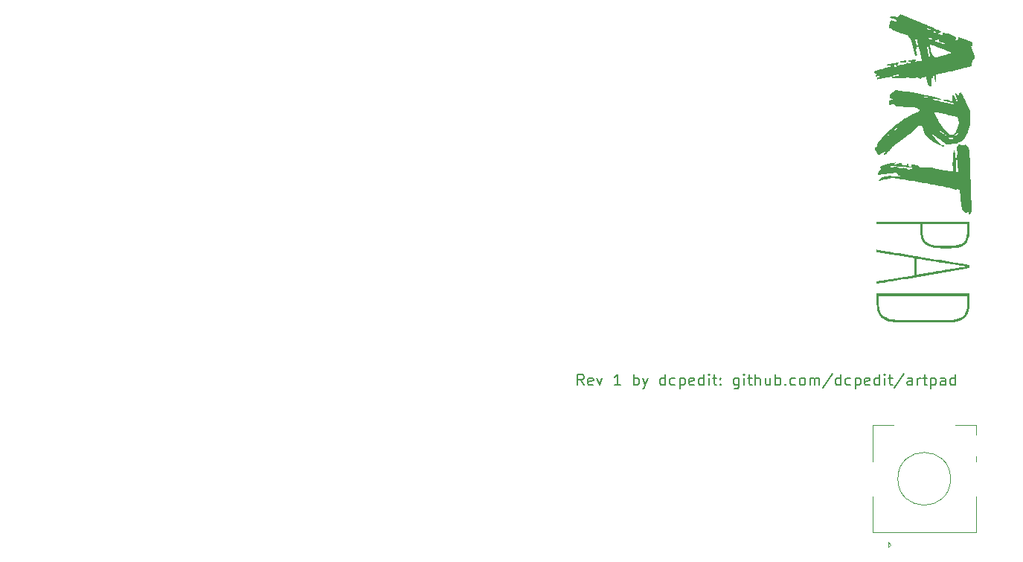
<source format=gto>
G04 #@! TF.GenerationSoftware,KiCad,Pcbnew,(6.0.1-0)*
G04 #@! TF.CreationDate,2023-03-21T08:23:48-07:00*
G04 #@! TF.ProjectId,pcb,7063622e-6b69-4636-9164-5f7063625858,rev?*
G04 #@! TF.SameCoordinates,Original*
G04 #@! TF.FileFunction,Legend,Top*
G04 #@! TF.FilePolarity,Positive*
%FSLAX46Y46*%
G04 Gerber Fmt 4.6, Leading zero omitted, Abs format (unit mm)*
G04 Created by KiCad (PCBNEW (6.0.1-0)) date 2023-03-21 08:23:48*
%MOMM*%
%LPD*%
G01*
G04 APERTURE LIST*
%ADD10C,0.200000*%
%ADD11C,0.120000*%
%ADD12R,1.600000X1.600000*%
%ADD13C,1.600000*%
%ADD14R,1.752600X1.752600*%
%ADD15C,1.752600*%
%ADD16C,1.800000*%
%ADD17C,1.000000*%
%ADD18C,3.000000*%
%ADD19C,3.400000*%
%ADD20C,2.200000*%
%ADD21O,2.000000X3.200000*%
%ADD22R,2.000000X2.000000*%
%ADD23C,2.000000*%
%ADD24R,1.700000X1.700000*%
%ADD25O,1.700000X1.700000*%
G04 APERTURE END LIST*
D10*
X153366726Y-98101476D02*
X152950059Y-97506238D01*
X152652440Y-98101476D02*
X152652440Y-96851476D01*
X153128630Y-96851476D01*
X153247678Y-96911000D01*
X153307202Y-96970523D01*
X153366726Y-97089571D01*
X153366726Y-97268142D01*
X153307202Y-97387190D01*
X153247678Y-97446714D01*
X153128630Y-97506238D01*
X152652440Y-97506238D01*
X154378630Y-98041952D02*
X154259583Y-98101476D01*
X154021488Y-98101476D01*
X153902440Y-98041952D01*
X153842916Y-97922904D01*
X153842916Y-97446714D01*
X153902440Y-97327666D01*
X154021488Y-97268142D01*
X154259583Y-97268142D01*
X154378630Y-97327666D01*
X154438154Y-97446714D01*
X154438154Y-97565761D01*
X153842916Y-97684809D01*
X154854821Y-97268142D02*
X155152440Y-98101476D01*
X155450059Y-97268142D01*
X157533392Y-98101476D02*
X156819107Y-98101476D01*
X157176250Y-98101476D02*
X157176250Y-96851476D01*
X157057202Y-97030047D01*
X156938154Y-97149095D01*
X156819107Y-97208619D01*
X159021488Y-98101476D02*
X159021488Y-96851476D01*
X159021488Y-97327666D02*
X159140535Y-97268142D01*
X159378630Y-97268142D01*
X159497678Y-97327666D01*
X159557202Y-97387190D01*
X159616726Y-97506238D01*
X159616726Y-97863380D01*
X159557202Y-97982428D01*
X159497678Y-98041952D01*
X159378630Y-98101476D01*
X159140535Y-98101476D01*
X159021488Y-98041952D01*
X160033392Y-97268142D02*
X160331011Y-98101476D01*
X160628630Y-97268142D02*
X160331011Y-98101476D01*
X160211964Y-98399095D01*
X160152440Y-98458619D01*
X160033392Y-98518142D01*
X162592916Y-98101476D02*
X162592916Y-96851476D01*
X162592916Y-98041952D02*
X162473869Y-98101476D01*
X162235773Y-98101476D01*
X162116726Y-98041952D01*
X162057202Y-97982428D01*
X161997678Y-97863380D01*
X161997678Y-97506238D01*
X162057202Y-97387190D01*
X162116726Y-97327666D01*
X162235773Y-97268142D01*
X162473869Y-97268142D01*
X162592916Y-97327666D01*
X163723869Y-98041952D02*
X163604821Y-98101476D01*
X163366726Y-98101476D01*
X163247678Y-98041952D01*
X163188154Y-97982428D01*
X163128630Y-97863380D01*
X163128630Y-97506238D01*
X163188154Y-97387190D01*
X163247678Y-97327666D01*
X163366726Y-97268142D01*
X163604821Y-97268142D01*
X163723869Y-97327666D01*
X164259583Y-97268142D02*
X164259583Y-98518142D01*
X164259583Y-97327666D02*
X164378630Y-97268142D01*
X164616726Y-97268142D01*
X164735773Y-97327666D01*
X164795297Y-97387190D01*
X164854821Y-97506238D01*
X164854821Y-97863380D01*
X164795297Y-97982428D01*
X164735773Y-98041952D01*
X164616726Y-98101476D01*
X164378630Y-98101476D01*
X164259583Y-98041952D01*
X165866726Y-98041952D02*
X165747678Y-98101476D01*
X165509583Y-98101476D01*
X165390535Y-98041952D01*
X165331011Y-97922904D01*
X165331011Y-97446714D01*
X165390535Y-97327666D01*
X165509583Y-97268142D01*
X165747678Y-97268142D01*
X165866726Y-97327666D01*
X165926250Y-97446714D01*
X165926250Y-97565761D01*
X165331011Y-97684809D01*
X166997678Y-98101476D02*
X166997678Y-96851476D01*
X166997678Y-98041952D02*
X166878630Y-98101476D01*
X166640535Y-98101476D01*
X166521488Y-98041952D01*
X166461964Y-97982428D01*
X166402440Y-97863380D01*
X166402440Y-97506238D01*
X166461964Y-97387190D01*
X166521488Y-97327666D01*
X166640535Y-97268142D01*
X166878630Y-97268142D01*
X166997678Y-97327666D01*
X167592916Y-98101476D02*
X167592916Y-97268142D01*
X167592916Y-96851476D02*
X167533392Y-96911000D01*
X167592916Y-96970523D01*
X167652440Y-96911000D01*
X167592916Y-96851476D01*
X167592916Y-96970523D01*
X168009583Y-97268142D02*
X168485773Y-97268142D01*
X168188154Y-96851476D02*
X168188154Y-97922904D01*
X168247678Y-98041952D01*
X168366726Y-98101476D01*
X168485773Y-98101476D01*
X168902440Y-97982428D02*
X168961964Y-98041952D01*
X168902440Y-98101476D01*
X168842916Y-98041952D01*
X168902440Y-97982428D01*
X168902440Y-98101476D01*
X168902440Y-97327666D02*
X168961964Y-97387190D01*
X168902440Y-97446714D01*
X168842916Y-97387190D01*
X168902440Y-97327666D01*
X168902440Y-97446714D01*
X170985773Y-97268142D02*
X170985773Y-98280047D01*
X170926250Y-98399095D01*
X170866726Y-98458619D01*
X170747678Y-98518142D01*
X170569107Y-98518142D01*
X170450059Y-98458619D01*
X170985773Y-98041952D02*
X170866726Y-98101476D01*
X170628630Y-98101476D01*
X170509583Y-98041952D01*
X170450059Y-97982428D01*
X170390535Y-97863380D01*
X170390535Y-97506238D01*
X170450059Y-97387190D01*
X170509583Y-97327666D01*
X170628630Y-97268142D01*
X170866726Y-97268142D01*
X170985773Y-97327666D01*
X171581011Y-98101476D02*
X171581011Y-97268142D01*
X171581011Y-96851476D02*
X171521488Y-96911000D01*
X171581011Y-96970523D01*
X171640535Y-96911000D01*
X171581011Y-96851476D01*
X171581011Y-96970523D01*
X171997678Y-97268142D02*
X172473869Y-97268142D01*
X172176250Y-96851476D02*
X172176250Y-97922904D01*
X172235773Y-98041952D01*
X172354821Y-98101476D01*
X172473869Y-98101476D01*
X172890535Y-98101476D02*
X172890535Y-96851476D01*
X173426250Y-98101476D02*
X173426250Y-97446714D01*
X173366726Y-97327666D01*
X173247678Y-97268142D01*
X173069107Y-97268142D01*
X172950059Y-97327666D01*
X172890535Y-97387190D01*
X174557202Y-97268142D02*
X174557202Y-98101476D01*
X174021488Y-97268142D02*
X174021488Y-97922904D01*
X174081011Y-98041952D01*
X174200059Y-98101476D01*
X174378630Y-98101476D01*
X174497678Y-98041952D01*
X174557202Y-97982428D01*
X175152440Y-98101476D02*
X175152440Y-96851476D01*
X175152440Y-97327666D02*
X175271488Y-97268142D01*
X175509583Y-97268142D01*
X175628630Y-97327666D01*
X175688154Y-97387190D01*
X175747678Y-97506238D01*
X175747678Y-97863380D01*
X175688154Y-97982428D01*
X175628630Y-98041952D01*
X175509583Y-98101476D01*
X175271488Y-98101476D01*
X175152440Y-98041952D01*
X176283392Y-97982428D02*
X176342916Y-98041952D01*
X176283392Y-98101476D01*
X176223869Y-98041952D01*
X176283392Y-97982428D01*
X176283392Y-98101476D01*
X177414345Y-98041952D02*
X177295297Y-98101476D01*
X177057202Y-98101476D01*
X176938154Y-98041952D01*
X176878630Y-97982428D01*
X176819107Y-97863380D01*
X176819107Y-97506238D01*
X176878630Y-97387190D01*
X176938154Y-97327666D01*
X177057202Y-97268142D01*
X177295297Y-97268142D01*
X177414345Y-97327666D01*
X178128630Y-98101476D02*
X178009583Y-98041952D01*
X177950059Y-97982428D01*
X177890535Y-97863380D01*
X177890535Y-97506238D01*
X177950059Y-97387190D01*
X178009583Y-97327666D01*
X178128630Y-97268142D01*
X178307202Y-97268142D01*
X178426250Y-97327666D01*
X178485773Y-97387190D01*
X178545297Y-97506238D01*
X178545297Y-97863380D01*
X178485773Y-97982428D01*
X178426250Y-98041952D01*
X178307202Y-98101476D01*
X178128630Y-98101476D01*
X179081011Y-98101476D02*
X179081011Y-97268142D01*
X179081011Y-97387190D02*
X179140535Y-97327666D01*
X179259583Y-97268142D01*
X179438154Y-97268142D01*
X179557202Y-97327666D01*
X179616726Y-97446714D01*
X179616726Y-98101476D01*
X179616726Y-97446714D02*
X179676250Y-97327666D01*
X179795297Y-97268142D01*
X179973869Y-97268142D01*
X180092916Y-97327666D01*
X180152440Y-97446714D01*
X180152440Y-98101476D01*
X181640535Y-96791952D02*
X180569107Y-98399095D01*
X182592916Y-98101476D02*
X182592916Y-96851476D01*
X182592916Y-98041952D02*
X182473869Y-98101476D01*
X182235773Y-98101476D01*
X182116726Y-98041952D01*
X182057202Y-97982428D01*
X181997678Y-97863380D01*
X181997678Y-97506238D01*
X182057202Y-97387190D01*
X182116726Y-97327666D01*
X182235773Y-97268142D01*
X182473869Y-97268142D01*
X182592916Y-97327666D01*
X183723869Y-98041952D02*
X183604821Y-98101476D01*
X183366726Y-98101476D01*
X183247678Y-98041952D01*
X183188154Y-97982428D01*
X183128630Y-97863380D01*
X183128630Y-97506238D01*
X183188154Y-97387190D01*
X183247678Y-97327666D01*
X183366726Y-97268142D01*
X183604821Y-97268142D01*
X183723869Y-97327666D01*
X184259583Y-97268142D02*
X184259583Y-98518142D01*
X184259583Y-97327666D02*
X184378630Y-97268142D01*
X184616726Y-97268142D01*
X184735773Y-97327666D01*
X184795297Y-97387190D01*
X184854821Y-97506238D01*
X184854821Y-97863380D01*
X184795297Y-97982428D01*
X184735773Y-98041952D01*
X184616726Y-98101476D01*
X184378630Y-98101476D01*
X184259583Y-98041952D01*
X185866726Y-98041952D02*
X185747678Y-98101476D01*
X185509583Y-98101476D01*
X185390535Y-98041952D01*
X185331011Y-97922904D01*
X185331011Y-97446714D01*
X185390535Y-97327666D01*
X185509583Y-97268142D01*
X185747678Y-97268142D01*
X185866726Y-97327666D01*
X185926250Y-97446714D01*
X185926250Y-97565761D01*
X185331011Y-97684809D01*
X186997678Y-98101476D02*
X186997678Y-96851476D01*
X186997678Y-98041952D02*
X186878630Y-98101476D01*
X186640535Y-98101476D01*
X186521488Y-98041952D01*
X186461964Y-97982428D01*
X186402440Y-97863380D01*
X186402440Y-97506238D01*
X186461964Y-97387190D01*
X186521488Y-97327666D01*
X186640535Y-97268142D01*
X186878630Y-97268142D01*
X186997678Y-97327666D01*
X187592916Y-98101476D02*
X187592916Y-97268142D01*
X187592916Y-96851476D02*
X187533392Y-96911000D01*
X187592916Y-96970523D01*
X187652440Y-96911000D01*
X187592916Y-96851476D01*
X187592916Y-96970523D01*
X188009583Y-97268142D02*
X188485773Y-97268142D01*
X188188154Y-96851476D02*
X188188154Y-97922904D01*
X188247678Y-98041952D01*
X188366726Y-98101476D01*
X188485773Y-98101476D01*
X189795297Y-96791952D02*
X188723869Y-98399095D01*
X190747678Y-98101476D02*
X190747678Y-97446714D01*
X190688154Y-97327666D01*
X190569107Y-97268142D01*
X190331011Y-97268142D01*
X190211964Y-97327666D01*
X190747678Y-98041952D02*
X190628630Y-98101476D01*
X190331011Y-98101476D01*
X190211964Y-98041952D01*
X190152440Y-97922904D01*
X190152440Y-97803857D01*
X190211964Y-97684809D01*
X190331011Y-97625285D01*
X190628630Y-97625285D01*
X190747678Y-97565761D01*
X191342916Y-98101476D02*
X191342916Y-97268142D01*
X191342916Y-97506238D02*
X191402440Y-97387190D01*
X191461964Y-97327666D01*
X191581011Y-97268142D01*
X191700059Y-97268142D01*
X191938154Y-97268142D02*
X192414345Y-97268142D01*
X192116726Y-96851476D02*
X192116726Y-97922904D01*
X192176250Y-98041952D01*
X192295297Y-98101476D01*
X192414345Y-98101476D01*
X192831011Y-97268142D02*
X192831011Y-98518142D01*
X192831011Y-97327666D02*
X192950059Y-97268142D01*
X193188154Y-97268142D01*
X193307202Y-97327666D01*
X193366726Y-97387190D01*
X193426250Y-97506238D01*
X193426250Y-97863380D01*
X193366726Y-97982428D01*
X193307202Y-98041952D01*
X193188154Y-98101476D01*
X192950059Y-98101476D01*
X192831011Y-98041952D01*
X194497678Y-98101476D02*
X194497678Y-97446714D01*
X194438154Y-97327666D01*
X194319107Y-97268142D01*
X194081011Y-97268142D01*
X193961964Y-97327666D01*
X194497678Y-98041952D02*
X194378630Y-98101476D01*
X194081011Y-98101476D01*
X193961964Y-98041952D01*
X193902440Y-97922904D01*
X193902440Y-97803857D01*
X193961964Y-97684809D01*
X194081011Y-97625285D01*
X194378630Y-97625285D01*
X194497678Y-97565761D01*
X195628630Y-98101476D02*
X195628630Y-96851476D01*
X195628630Y-98041952D02*
X195509583Y-98101476D01*
X195271488Y-98101476D01*
X195152440Y-98041952D01*
X195092916Y-97982428D01*
X195033392Y-97863380D01*
X195033392Y-97506238D01*
X195092916Y-97387190D01*
X195152440Y-97327666D01*
X195271488Y-97268142D01*
X195509583Y-97268142D01*
X195628630Y-97327666D01*
D11*
X197987500Y-110743750D02*
X197987500Y-114843750D01*
X191587500Y-108743750D02*
X192587500Y-108743750D01*
X197987500Y-102643750D02*
X197987500Y-106743750D01*
X186187500Y-114843750D02*
X197987500Y-114843750D01*
X186187500Y-106743750D02*
X186187500Y-102643750D01*
X192087500Y-109243750D02*
X192087500Y-108243750D01*
X186187500Y-102643750D02*
X188587500Y-102643750D01*
X188287500Y-116243750D02*
X187987500Y-116543750D01*
X187987500Y-115943750D02*
X188287500Y-116243750D01*
X187987500Y-116543750D02*
X187987500Y-115943750D01*
X195587500Y-102643750D02*
X197987500Y-102643750D01*
X190787500Y-102643750D02*
X193387500Y-102643750D01*
X186187500Y-110743750D02*
X186187500Y-114843750D01*
X195087500Y-108743750D02*
G75*
G03*
X195087500Y-108743750I-3000000J0D01*
G01*
G36*
X197221858Y-88558799D02*
G01*
X197218435Y-88799937D01*
X197214919Y-88996486D01*
X197210933Y-89154758D01*
X197206096Y-89281067D01*
X197200031Y-89381723D01*
X197192359Y-89463039D01*
X197182701Y-89531327D01*
X197170678Y-89592900D01*
X197156202Y-89652942D01*
X197062903Y-89930347D01*
X196934505Y-90171756D01*
X196769819Y-90378357D01*
X196567659Y-90551343D01*
X196326837Y-90691905D01*
X196046164Y-90801232D01*
X195996119Y-90816300D01*
X195926261Y-90836355D01*
X195860192Y-90854450D01*
X195795085Y-90870677D01*
X195728113Y-90885130D01*
X195656449Y-90897901D01*
X195577266Y-90909085D01*
X195487738Y-90918772D01*
X195385037Y-90927058D01*
X195266337Y-90934034D01*
X195128810Y-90939793D01*
X194969630Y-90944430D01*
X194785969Y-90948035D01*
X194575002Y-90950703D01*
X194333901Y-90952527D01*
X194059839Y-90953600D01*
X193749990Y-90954013D01*
X193401526Y-90953862D01*
X193011620Y-90953238D01*
X192577446Y-90952234D01*
X192096177Y-90950943D01*
X191917933Y-90950447D01*
X191444185Y-90949108D01*
X191018506Y-90947851D01*
X190638062Y-90946622D01*
X190300023Y-90945370D01*
X190001554Y-90944045D01*
X189739823Y-90942594D01*
X189511997Y-90940966D01*
X189315243Y-90939110D01*
X189146729Y-90936974D01*
X189003622Y-90934506D01*
X188883089Y-90931656D01*
X188782297Y-90928371D01*
X188698414Y-90924601D01*
X188628607Y-90920293D01*
X188570043Y-90915397D01*
X188519890Y-90909860D01*
X188475314Y-90903632D01*
X188433483Y-90896661D01*
X188391564Y-90888895D01*
X188377030Y-90886111D01*
X188087430Y-90821649D01*
X187840309Y-90746339D01*
X187627754Y-90656513D01*
X187441853Y-90548506D01*
X187274692Y-90418650D01*
X187185137Y-90333828D01*
X187069748Y-90206136D01*
X186971683Y-90071122D01*
X186889743Y-89923889D01*
X186822731Y-89759540D01*
X186769450Y-89573177D01*
X186728701Y-89359904D01*
X186699287Y-89114823D01*
X186680011Y-88833038D01*
X186669675Y-88509650D01*
X186668023Y-88325410D01*
X186924733Y-88325410D01*
X186926433Y-88486281D01*
X186928622Y-88603338D01*
X186933888Y-88811936D01*
X186939951Y-88978071D01*
X186947490Y-89110183D01*
X186957186Y-89216712D01*
X186969717Y-89306095D01*
X186985763Y-89386773D01*
X186994707Y-89424059D01*
X187076150Y-89675679D01*
X187187384Y-89894581D01*
X187331258Y-90083169D01*
X187510616Y-90243846D01*
X187728309Y-90379016D01*
X187987182Y-90491081D01*
X188290083Y-90582446D01*
X188397119Y-90607780D01*
X188433716Y-90615749D01*
X188470129Y-90622903D01*
X188509204Y-90629296D01*
X188553787Y-90634980D01*
X188606722Y-90640009D01*
X188670857Y-90644437D01*
X188749035Y-90648316D01*
X188844104Y-90651701D01*
X188958909Y-90654643D01*
X189096295Y-90657197D01*
X189259109Y-90659416D01*
X189450195Y-90661354D01*
X189672400Y-90663062D01*
X189928569Y-90664596D01*
X190221548Y-90666008D01*
X190554183Y-90667351D01*
X190929319Y-90668678D01*
X191349802Y-90670044D01*
X191794814Y-90671429D01*
X192333385Y-90672894D01*
X192822381Y-90673812D01*
X193263124Y-90674176D01*
X193656937Y-90673977D01*
X194005143Y-90673208D01*
X194309067Y-90671863D01*
X194570030Y-90669934D01*
X194789355Y-90667414D01*
X194968367Y-90664296D01*
X195108388Y-90660572D01*
X195210741Y-90656235D01*
X195265055Y-90652443D01*
X195608521Y-90607604D01*
X195908469Y-90538971D01*
X196167118Y-90445082D01*
X196386689Y-90324481D01*
X196569402Y-90175706D01*
X196717479Y-89997300D01*
X196833139Y-89787802D01*
X196911640Y-89570472D01*
X196925340Y-89514365D01*
X196936429Y-89446594D01*
X196945312Y-89360711D01*
X196952395Y-89250265D01*
X196958083Y-89108809D01*
X196962781Y-88929893D01*
X196966894Y-88707069D01*
X196967227Y-88686053D01*
X196978712Y-87954340D01*
X191966806Y-87954340D01*
X191465361Y-87954435D01*
X190977476Y-87954715D01*
X190505593Y-87955171D01*
X190052153Y-87955793D01*
X189619597Y-87956572D01*
X189210366Y-87957499D01*
X188826900Y-87958564D01*
X188471640Y-87959759D01*
X188147029Y-87961073D01*
X187855505Y-87962498D01*
X187599511Y-87964025D01*
X187381488Y-87965643D01*
X187203876Y-87967345D01*
X187069116Y-87969120D01*
X186979649Y-87970960D01*
X186937917Y-87972855D01*
X186935075Y-87973428D01*
X186930067Y-88003212D01*
X186926625Y-88076633D01*
X186924822Y-88186447D01*
X186924733Y-88325410D01*
X186668023Y-88325410D01*
X186667035Y-88215212D01*
X186666458Y-87674380D01*
X197233528Y-87674380D01*
X197221858Y-88558799D01*
G37*
G36*
X191959872Y-83551334D02*
G01*
X192469274Y-83635440D01*
X192965319Y-83717318D01*
X193445672Y-83796582D01*
X193907995Y-83872848D01*
X194349953Y-83945731D01*
X194769210Y-84014847D01*
X195163429Y-84079811D01*
X195530275Y-84140238D01*
X195867410Y-84195744D01*
X196172498Y-84245944D01*
X196443204Y-84290453D01*
X196677191Y-84328887D01*
X196872123Y-84360860D01*
X197025663Y-84385989D01*
X197135476Y-84403889D01*
X197199225Y-84414175D01*
X197215468Y-84416664D01*
X197221978Y-84439961D01*
X197224931Y-84501414D01*
X197223783Y-84588365D01*
X197223334Y-84600154D01*
X197215856Y-84783643D01*
X192011147Y-85667880D01*
X191502838Y-85754186D01*
X191007399Y-85838204D01*
X190527205Y-85919537D01*
X190064632Y-85997786D01*
X189622053Y-86072551D01*
X189201844Y-86143436D01*
X188806380Y-86210040D01*
X188438036Y-86271966D01*
X188099187Y-86328815D01*
X187792208Y-86380188D01*
X187519473Y-86425687D01*
X187283358Y-86464913D01*
X187086237Y-86497468D01*
X186930486Y-86522952D01*
X186818480Y-86540968D01*
X186752593Y-86551117D01*
X186735117Y-86553329D01*
X186693737Y-86551460D01*
X186673536Y-86535556D01*
X186668376Y-86492920D01*
X186671490Y-86421711D01*
X186679183Y-86288882D01*
X188823421Y-85932009D01*
X190967660Y-85575137D01*
X190967660Y-84614137D01*
X190967144Y-84398627D01*
X190965672Y-84199974D01*
X190963363Y-84023723D01*
X190960332Y-83875417D01*
X190956697Y-83760604D01*
X190953566Y-83703069D01*
X191222169Y-83703069D01*
X191222169Y-84607061D01*
X191222418Y-84849184D01*
X191223291Y-85045045D01*
X191224975Y-85199285D01*
X191227659Y-85316542D01*
X191231531Y-85401455D01*
X191236779Y-85458663D01*
X191243591Y-85492806D01*
X191252155Y-85508522D01*
X191258817Y-85511053D01*
X191288796Y-85506948D01*
X191365369Y-85495028D01*
X191484930Y-85475886D01*
X191643870Y-85450113D01*
X191838581Y-85418303D01*
X192065456Y-85381048D01*
X192320886Y-85338941D01*
X192601265Y-85292573D01*
X192902983Y-85242538D01*
X193222433Y-85189428D01*
X193556008Y-85133835D01*
X193568486Y-85131753D01*
X193914973Y-85074076D01*
X194256355Y-85017520D01*
X194588028Y-84962832D01*
X194905387Y-84910761D01*
X195203828Y-84862053D01*
X195478746Y-84817456D01*
X195725536Y-84777717D01*
X195939592Y-84743584D01*
X196116311Y-84715805D01*
X196251088Y-84695126D01*
X196325075Y-84684275D01*
X196478181Y-84662244D01*
X196615391Y-84641663D01*
X196728163Y-84623878D01*
X196807957Y-84610240D01*
X196846230Y-84602097D01*
X196846818Y-84601889D01*
X196839373Y-84593146D01*
X196789881Y-84580362D01*
X196706856Y-84565373D01*
X196617760Y-84552467D01*
X196520347Y-84538995D01*
X196381164Y-84518815D01*
X196204425Y-84492589D01*
X195994348Y-84460976D01*
X195755149Y-84424638D01*
X195491043Y-84384234D01*
X195206247Y-84340425D01*
X194904976Y-84293872D01*
X194591448Y-84245235D01*
X194269878Y-84195174D01*
X193944482Y-84144351D01*
X193619476Y-84093425D01*
X193299077Y-84043057D01*
X192987500Y-83993907D01*
X192688962Y-83946636D01*
X192407678Y-83901904D01*
X192147866Y-83860372D01*
X191913741Y-83822701D01*
X191709518Y-83789550D01*
X191539415Y-83761580D01*
X191407648Y-83739452D01*
X191318432Y-83723827D01*
X191279433Y-83716203D01*
X191222169Y-83703069D01*
X190953566Y-83703069D01*
X190952573Y-83684827D01*
X190948079Y-83653631D01*
X190947428Y-83653137D01*
X190920587Y-83649177D01*
X190847875Y-83637767D01*
X190733664Y-83619613D01*
X190582328Y-83595422D01*
X190398239Y-83565899D01*
X190185770Y-83531752D01*
X189949295Y-83493685D01*
X189693186Y-83452406D01*
X189421815Y-83408621D01*
X189139556Y-83363036D01*
X188850782Y-83316356D01*
X188559866Y-83269289D01*
X188271180Y-83222541D01*
X187989097Y-83176817D01*
X187717991Y-83132824D01*
X187462233Y-83091269D01*
X187226198Y-83052856D01*
X187014257Y-83018293D01*
X186838251Y-82989510D01*
X186666458Y-82961364D01*
X186666458Y-82823684D01*
X186670949Y-82744838D01*
X186682777Y-82695816D01*
X186693039Y-82686003D01*
X186720373Y-82690090D01*
X186795584Y-82702094D01*
X186916330Y-82721631D01*
X187080267Y-82748316D01*
X187285054Y-82781762D01*
X187528346Y-82821587D01*
X187807801Y-82867404D01*
X188121076Y-82918829D01*
X188465828Y-82975477D01*
X188839715Y-83036963D01*
X189240393Y-83102902D01*
X189665520Y-83172909D01*
X190112753Y-83246599D01*
X190579749Y-83323587D01*
X191064164Y-83403489D01*
X191222169Y-83429564D01*
X191563657Y-83485919D01*
X191959872Y-83551334D01*
G37*
G36*
X193561625Y-57633714D02*
G01*
X193729522Y-57704480D01*
X193861768Y-57760588D01*
X193955136Y-57800687D01*
X194006399Y-57823426D01*
X194015405Y-57827985D01*
X194048399Y-57875028D01*
X194036543Y-57921396D01*
X193984557Y-57954843D01*
X193964504Y-57960021D01*
X193836347Y-57994718D01*
X193753764Y-58040232D01*
X193713504Y-58095211D01*
X193698623Y-58144915D01*
X193698305Y-58167216D01*
X193726580Y-58176873D01*
X193753419Y-58183359D01*
X193791109Y-58192467D01*
X193878961Y-58211443D01*
X193977202Y-58231246D01*
X194072903Y-58249322D01*
X194153129Y-58263116D01*
X194204951Y-58270073D01*
X194217261Y-58269735D01*
X194208501Y-58248531D01*
X194187814Y-58228197D01*
X194159106Y-58180259D01*
X194149023Y-58122767D01*
X194149023Y-58049530D01*
X194361811Y-58049530D01*
X194484463Y-58055047D01*
X194632023Y-58069798D01*
X194779916Y-58091089D01*
X194839016Y-58101884D01*
X194976132Y-58129098D01*
X195069803Y-58149035D01*
X195126427Y-58164759D01*
X195152400Y-58179329D01*
X195154119Y-58195809D01*
X195137981Y-58217259D01*
X195119969Y-58236354D01*
X195080762Y-58292490D01*
X195065255Y-58341930D01*
X195068688Y-58371179D01*
X195086510Y-58367187D01*
X195124160Y-58333927D01*
X195178708Y-58294603D01*
X195225627Y-58278588D01*
X195265153Y-58289463D01*
X195338351Y-58318834D01*
X195433676Y-58361825D01*
X195510309Y-58398861D01*
X195619376Y-58454389D01*
X195690109Y-58495045D01*
X195730516Y-58527010D01*
X195748608Y-58556469D01*
X195752429Y-58585798D01*
X195733899Y-58653915D01*
X195701528Y-58698528D01*
X195662514Y-58755290D01*
X195650626Y-58804276D01*
X195662436Y-58850293D01*
X195706932Y-58863882D01*
X195713056Y-58863959D01*
X195812407Y-58848539D01*
X195885354Y-58798782D01*
X195936865Y-58709438D01*
X195968336Y-58594264D01*
X195983818Y-58515451D01*
X196777993Y-58799345D01*
X197572169Y-59083238D01*
X197579558Y-59322586D01*
X197586947Y-59561935D01*
X197527016Y-59505632D01*
X197473939Y-59468193D01*
X197422201Y-59449697D01*
X197387509Y-59454161D01*
X197381382Y-59468418D01*
X197393587Y-59500960D01*
X197423466Y-59556205D01*
X197429706Y-59566597D01*
X197523064Y-59743533D01*
X197611465Y-59954833D01*
X197689561Y-60183962D01*
X197752005Y-60414382D01*
X197793448Y-60629559D01*
X197804585Y-60725797D01*
X197820863Y-60920601D01*
X197743513Y-60960601D01*
X197654151Y-61031051D01*
X197584050Y-61141294D01*
X197532278Y-61293729D01*
X197497902Y-61490752D01*
X197485790Y-61623108D01*
X197470365Y-61849893D01*
X196375977Y-62099924D01*
X196100338Y-62162907D01*
X195800063Y-62231532D01*
X195487596Y-62302956D01*
X195175383Y-62374333D01*
X194875867Y-62442818D01*
X194601492Y-62505566D01*
X194371718Y-62558128D01*
X193461848Y-62766300D01*
X193461848Y-63572376D01*
X193400834Y-63572376D01*
X193379149Y-63572107D01*
X193362222Y-63566989D01*
X193348181Y-63550553D01*
X193335155Y-63516331D01*
X193321271Y-63457856D01*
X193304656Y-63368660D01*
X193283439Y-63242274D01*
X193255748Y-63072232D01*
X193255339Y-63069721D01*
X193237240Y-62972052D01*
X193219714Y-62915319D01*
X193198699Y-62889769D01*
X193178459Y-62885201D01*
X193144775Y-62899151D01*
X193123225Y-62947934D01*
X193114470Y-62992254D01*
X193086232Y-63081299D01*
X193037789Y-63157027D01*
X192979851Y-63205600D01*
X192941262Y-63216063D01*
X192927096Y-63221874D01*
X192916733Y-63243710D01*
X192909605Y-63288179D01*
X192905145Y-63361886D01*
X192902787Y-63471437D01*
X192901962Y-63623439D01*
X192901928Y-63674179D01*
X192901928Y-64132296D01*
X192804561Y-64132296D01*
X192716201Y-64115993D01*
X192643099Y-64062842D01*
X192577244Y-63966482D01*
X192564212Y-63941414D01*
X192527181Y-63853140D01*
X192484378Y-63728218D01*
X192439761Y-63579962D01*
X192397289Y-63421688D01*
X192360918Y-63266711D01*
X192354287Y-63235151D01*
X192331157Y-63136510D01*
X192307769Y-63060260D01*
X192287838Y-63017656D01*
X192280804Y-63012456D01*
X192247365Y-63020137D01*
X192175711Y-63041142D01*
X192075822Y-63072413D01*
X191957676Y-63110895D01*
X191936766Y-63117843D01*
X191620528Y-63223230D01*
X191445710Y-63166926D01*
X191270892Y-63110623D01*
X190928308Y-63167209D01*
X190790767Y-63189570D01*
X190694340Y-63203590D01*
X190629971Y-63209512D01*
X190588600Y-63207582D01*
X190561170Y-63198043D01*
X190538623Y-63181140D01*
X190534908Y-63177808D01*
X190498094Y-63147107D01*
X190485463Y-63151408D01*
X190484093Y-63178379D01*
X190480126Y-63206089D01*
X190461080Y-63201018D01*
X190422318Y-63166901D01*
X190360543Y-63108867D01*
X189728682Y-63162465D01*
X189525750Y-63178205D01*
X189313129Y-63192118D01*
X189104570Y-63203484D01*
X188913828Y-63211583D01*
X188754655Y-63215695D01*
X188704357Y-63216063D01*
X188311893Y-63216063D01*
X188367231Y-63157158D01*
X188406837Y-63099250D01*
X188422570Y-63046327D01*
X188420696Y-63032790D01*
X188411805Y-63023392D01*
X188390988Y-63018817D01*
X188353337Y-63019750D01*
X188293946Y-63026875D01*
X188207907Y-63040877D01*
X188090313Y-63062442D01*
X187936255Y-63092253D01*
X187740828Y-63130995D01*
X187567905Y-63165574D01*
X187325513Y-63213631D01*
X187129057Y-63251407D01*
X186974751Y-63279507D01*
X186858807Y-63298537D01*
X186777439Y-63309103D01*
X186726860Y-63311811D01*
X186703282Y-63307266D01*
X186700781Y-63304279D01*
X186694420Y-63257618D01*
X186696248Y-63189689D01*
X186696478Y-63187236D01*
X186705848Y-63134370D01*
X186730405Y-63105998D01*
X186784853Y-63089703D01*
X186819163Y-63083642D01*
X186904063Y-63056205D01*
X186979993Y-63009283D01*
X187032585Y-62953815D01*
X187039077Y-62935305D01*
X188549824Y-62935305D01*
X188558611Y-62969837D01*
X188594063Y-62984301D01*
X188645265Y-62986377D01*
X188713394Y-62979763D01*
X188812954Y-62962655D01*
X188926349Y-62938241D01*
X188969764Y-62927620D01*
X189079930Y-62898036D01*
X189149550Y-62874079D01*
X189187963Y-62851265D01*
X189204510Y-62825107D01*
X189206955Y-62813719D01*
X189205729Y-62776672D01*
X189178572Y-62760960D01*
X189122117Y-62757947D01*
X189059746Y-62764112D01*
X188964034Y-62780377D01*
X188850733Y-62803400D01*
X188735598Y-62829835D01*
X188634381Y-62856341D01*
X188581638Y-62872665D01*
X188555543Y-62903856D01*
X188549824Y-62935305D01*
X187039077Y-62935305D01*
X187048221Y-62909233D01*
X187026177Y-62888722D01*
X186964418Y-62888756D01*
X186869503Y-62908676D01*
X186780987Y-62936103D01*
X186699505Y-62963013D01*
X186637392Y-62981463D01*
X186611571Y-62987005D01*
X186591416Y-62967538D01*
X186591761Y-62921310D01*
X186609360Y-62866582D01*
X186640962Y-62821615D01*
X186641007Y-62821574D01*
X186679958Y-62765757D01*
X186691908Y-62718063D01*
X186683042Y-62679320D01*
X186647700Y-62656594D01*
X186586021Y-62642728D01*
X186492136Y-62611520D01*
X186415504Y-62558255D01*
X186369058Y-62493694D01*
X186361047Y-62455499D01*
X186372376Y-62422741D01*
X186412929Y-62395446D01*
X186492549Y-62367394D01*
X186507389Y-62363048D01*
X186560434Y-62347627D01*
X186654051Y-62320281D01*
X186780850Y-62283178D01*
X186933442Y-62238486D01*
X187104436Y-62188372D01*
X187286443Y-62135005D01*
X187472071Y-62080552D01*
X187653933Y-62027181D01*
X187824636Y-61977060D01*
X187976792Y-61932357D01*
X188103010Y-61895240D01*
X188195900Y-61867876D01*
X188248073Y-61852434D01*
X188250776Y-61851625D01*
X188287931Y-61818349D01*
X188295315Y-61789098D01*
X188291076Y-61765696D01*
X188271929Y-61751151D01*
X188228228Y-61743392D01*
X188150330Y-61740347D01*
X188066257Y-61739911D01*
X187957823Y-61739393D01*
X187890496Y-61736040D01*
X187854481Y-61727152D01*
X187839984Y-61710029D01*
X187837209Y-61681971D01*
X187837199Y-61676769D01*
X187840602Y-61665391D01*
X188684006Y-61665391D01*
X188701311Y-61732239D01*
X188725644Y-61803538D01*
X188753982Y-61877752D01*
X188781348Y-61916534D01*
X188822520Y-61932856D01*
X188879724Y-61938782D01*
X188949458Y-61939918D01*
X188977309Y-61928326D01*
X188976818Y-61913331D01*
X188962288Y-61871472D01*
X188938293Y-61800000D01*
X188920524Y-61746274D01*
X188893552Y-61669882D01*
X188868958Y-61630114D01*
X188833894Y-61615022D01*
X188776837Y-61612656D01*
X188719171Y-61615287D01*
X188689093Y-61629636D01*
X188684006Y-61665391D01*
X187840602Y-61665391D01*
X187853661Y-61621730D01*
X187894464Y-61600547D01*
X187938702Y-61591995D01*
X188022558Y-61577146D01*
X188137720Y-61557370D01*
X188275874Y-61534037D01*
X188428708Y-61508517D01*
X188587908Y-61482182D01*
X188745162Y-61456401D01*
X188776837Y-61451260D01*
X188892155Y-61432544D01*
X189020577Y-61411981D01*
X189122113Y-61396084D01*
X189188450Y-61386222D01*
X189210616Y-61383598D01*
X189211409Y-61402544D01*
X189187470Y-61452575D01*
X189143824Y-61523478D01*
X189136143Y-61534907D01*
X189085678Y-61611528D01*
X189049019Y-61671588D01*
X189033501Y-61703015D01*
X189033391Y-61703997D01*
X189056785Y-61712076D01*
X189120226Y-61712514D01*
X189122117Y-61712389D01*
X189213604Y-61706343D01*
X189326810Y-61694596D01*
X189449734Y-61678307D01*
X189572264Y-61658508D01*
X189673613Y-61638594D01*
X189848303Y-61593208D01*
X189982506Y-61542712D01*
X190072754Y-61488723D01*
X190115577Y-61432855D01*
X190115610Y-61432751D01*
X190132592Y-61379246D01*
X190189091Y-61432324D01*
X190232152Y-61462676D01*
X190289594Y-61479047D01*
X190376922Y-61485068D01*
X190415743Y-61485402D01*
X190585896Y-61485402D01*
X190585896Y-61281795D01*
X190420466Y-61281795D01*
X190331537Y-61280679D01*
X190282005Y-61274383D01*
X190260369Y-61258484D01*
X190255130Y-61228559D01*
X190255035Y-61218167D01*
X190256807Y-61188273D01*
X190268594Y-61169609D01*
X190300098Y-61159530D01*
X190361023Y-61155391D01*
X190461073Y-61154546D01*
X190488451Y-61154540D01*
X190609868Y-61156800D01*
X190691096Y-61164638D01*
X190742692Y-61179643D01*
X190768411Y-61196661D01*
X190802939Y-61223336D01*
X190814317Y-61213653D01*
X190814955Y-61200606D01*
X190797377Y-61155900D01*
X190764053Y-61116364D01*
X190726149Y-61074871D01*
X190713151Y-61048792D01*
X190736704Y-61039321D01*
X190799793Y-61031979D01*
X190891065Y-61027830D01*
X190942209Y-61027286D01*
X191171267Y-61027286D01*
X191171267Y-61099694D01*
X191153447Y-61170918D01*
X191120365Y-61218167D01*
X191081586Y-61271458D01*
X191069464Y-61315627D01*
X191071802Y-61348857D01*
X191086722Y-61348522D01*
X191126085Y-61313827D01*
X191128368Y-61311682D01*
X191156839Y-61288623D01*
X191190808Y-61273013D01*
X191240161Y-61263419D01*
X191314784Y-61258408D01*
X191424563Y-61256545D01*
X191510132Y-61256344D01*
X191652243Y-61254979D01*
X191749261Y-61250509D01*
X191806931Y-61242364D01*
X191830998Y-61229979D01*
X191832547Y-61224530D01*
X191826963Y-61194050D01*
X191811124Y-61118876D01*
X191786123Y-61003936D01*
X191753053Y-60854156D01*
X191713008Y-60674462D01*
X191667083Y-60469783D01*
X191616370Y-60245044D01*
X191561964Y-60005172D01*
X191557103Y-59983799D01*
X191498196Y-59724839D01*
X192443812Y-59724839D01*
X192448627Y-59824406D01*
X192461612Y-59954325D01*
X192480578Y-60095109D01*
X192495758Y-60187026D01*
X192521854Y-60316860D01*
X192551614Y-60441341D01*
X192580878Y-60544100D01*
X192599915Y-60596877D01*
X192644176Y-60683338D01*
X192691678Y-60750488D01*
X192734644Y-60789267D01*
X192765300Y-60790617D01*
X192765795Y-60790139D01*
X192765524Y-60761700D01*
X192756138Y-60690389D01*
X192738813Y-60583184D01*
X192714722Y-60447066D01*
X192685038Y-60289012D01*
X192660255Y-60162506D01*
X192621544Y-59970174D01*
X192590605Y-59822256D01*
X192565880Y-59713124D01*
X192545814Y-59637153D01*
X192528850Y-59588715D01*
X192513431Y-59562185D01*
X192498002Y-59551936D01*
X192491133Y-59551133D01*
X192465898Y-59557081D01*
X192451566Y-59582142D01*
X192445189Y-59637142D01*
X192443812Y-59724839D01*
X191498196Y-59724839D01*
X191432249Y-59434931D01*
X192776038Y-59434931D01*
X192777236Y-59528806D01*
X192782518Y-59642460D01*
X192791223Y-59765636D01*
X192802686Y-59888084D01*
X192816244Y-59999548D01*
X192831234Y-60089775D01*
X192838653Y-60122186D01*
X192895993Y-60305321D01*
X192963686Y-60450375D01*
X193047748Y-60569980D01*
X193057138Y-60580858D01*
X193132165Y-60649196D01*
X193227997Y-60713453D01*
X193328177Y-60764564D01*
X193416248Y-60793463D01*
X193449123Y-60796788D01*
X193485202Y-60790144D01*
X193564264Y-60771715D01*
X193680166Y-60743059D01*
X193826769Y-60705734D01*
X193997932Y-60661297D01*
X194187514Y-60611306D01*
X194327179Y-60574033D01*
X194552893Y-60513230D01*
X194734144Y-60463605D01*
X194875745Y-60423575D01*
X194982510Y-60391556D01*
X195059251Y-60365966D01*
X195110782Y-60345220D01*
X195141916Y-60327736D01*
X195157466Y-60311931D01*
X195161919Y-60299436D01*
X195160063Y-60286039D01*
X195148206Y-60270897D01*
X195122551Y-60252383D01*
X195079299Y-60228868D01*
X195014652Y-60198726D01*
X194924812Y-60160328D01*
X194805982Y-60112046D01*
X194654363Y-60052253D01*
X194466158Y-59979320D01*
X194237568Y-59891620D01*
X193989893Y-59797090D01*
X193757247Y-59708588D01*
X193538958Y-59625861D01*
X193339656Y-59550641D01*
X193163969Y-59484662D01*
X193016527Y-59429653D01*
X192901958Y-59387349D01*
X192824892Y-59359482D01*
X192789958Y-59347782D01*
X192788550Y-59347526D01*
X192779588Y-59371086D01*
X192776038Y-59434931D01*
X191432249Y-59434931D01*
X191316202Y-58924783D01*
X193360045Y-58924783D01*
X193364578Y-58944512D01*
X193382110Y-58964043D01*
X193418537Y-58985959D01*
X193479757Y-59012840D01*
X193571664Y-59047269D01*
X193700158Y-59091829D01*
X193871133Y-59149100D01*
X193876092Y-59150747D01*
X194031467Y-59201645D01*
X194172442Y-59246529D01*
X194291195Y-59283013D01*
X194379904Y-59308711D01*
X194430747Y-59321238D01*
X194437781Y-59322075D01*
X194472438Y-59306474D01*
X194475292Y-59267387D01*
X194462913Y-59237939D01*
X194429425Y-59212504D01*
X194365552Y-59186284D01*
X194262017Y-59154483D01*
X194250826Y-59151293D01*
X194123747Y-59115008D01*
X193988604Y-59076084D01*
X193872208Y-59042248D01*
X193860025Y-59038676D01*
X193685556Y-58987465D01*
X193739133Y-58930434D01*
X193777355Y-58874288D01*
X193792998Y-58819828D01*
X193785280Y-58780744D01*
X193753419Y-58770728D01*
X193748171Y-58772059D01*
X193701604Y-58784737D01*
X193622870Y-58805003D01*
X193531838Y-58827770D01*
X193439636Y-58852813D01*
X193387210Y-58874836D01*
X193364212Y-58899683D01*
X193360045Y-58924783D01*
X191316202Y-58924783D01*
X191282103Y-58774881D01*
X191175783Y-58767055D01*
X191110459Y-58764057D01*
X191072967Y-58765843D01*
X191069464Y-58767752D01*
X191076124Y-58793840D01*
X191094523Y-58860379D01*
X191122284Y-58958913D01*
X191157030Y-59080989D01*
X191181042Y-59164799D01*
X191292620Y-59553322D01*
X191177300Y-60006546D01*
X191224953Y-60243319D01*
X191247350Y-60353624D01*
X191267343Y-60450328D01*
X191281888Y-60518792D01*
X191286048Y-60537356D01*
X191289936Y-60571544D01*
X191272822Y-60588469D01*
X191223103Y-60594132D01*
X191175321Y-60594620D01*
X191051151Y-60594620D01*
X190995211Y-60308298D01*
X190913599Y-59926956D01*
X190824362Y-59577410D01*
X190728572Y-59262210D01*
X190627300Y-58983909D01*
X190521619Y-58745056D01*
X190429319Y-58578395D01*
X192547308Y-58578395D01*
X192565581Y-58628278D01*
X192600954Y-58677800D01*
X192638807Y-58710167D01*
X192685797Y-58728102D01*
X192757356Y-58735574D01*
X192788550Y-58736060D01*
X192830012Y-58736705D01*
X192922822Y-58735024D01*
X192975536Y-58728073D01*
X192998905Y-58712990D01*
X193003732Y-58690456D01*
X192993476Y-58663985D01*
X192956841Y-58641058D01*
X192885029Y-58617548D01*
X192806488Y-58597914D01*
X192709299Y-58574561D01*
X192629692Y-58554442D01*
X192582116Y-58541232D01*
X192577429Y-58539635D01*
X192550463Y-58544186D01*
X192547308Y-58578395D01*
X190429319Y-58578395D01*
X190412599Y-58548205D01*
X190301313Y-58395906D01*
X190188831Y-58290711D01*
X190133836Y-58257250D01*
X190067453Y-58230952D01*
X189967541Y-58199459D01*
X189850458Y-58167705D01*
X189784193Y-58151807D01*
X189627081Y-58112006D01*
X189448760Y-58060243D01*
X189262150Y-58000876D01*
X189080174Y-57938258D01*
X188963952Y-57894779D01*
X193130987Y-57894779D01*
X193145562Y-57930004D01*
X193195058Y-57961438D01*
X193264604Y-57987565D01*
X193344891Y-58014181D01*
X193407474Y-58035325D01*
X193430035Y-58043235D01*
X193457003Y-58038418D01*
X193460093Y-58003998D01*
X193441687Y-57953980D01*
X193406510Y-57904828D01*
X193350240Y-57866497D01*
X193279442Y-57845470D01*
X193209236Y-57842298D01*
X193154747Y-57857531D01*
X193131096Y-57891723D01*
X193130987Y-57894779D01*
X188963952Y-57894779D01*
X188915752Y-57876747D01*
X188781806Y-57820699D01*
X188732859Y-57797384D01*
X188635678Y-57742992D01*
X188523955Y-57672757D01*
X188428861Y-57606885D01*
X188361169Y-57560291D01*
X192443812Y-57560291D01*
X192463347Y-57594129D01*
X192491133Y-57614673D01*
X192524065Y-57639022D01*
X192577429Y-57668569D01*
X192629143Y-57697202D01*
X192661635Y-57713550D01*
X192879458Y-57821579D01*
X192871605Y-57714346D01*
X192863752Y-57607112D01*
X192685596Y-57561668D01*
X192574798Y-57534332D01*
X192504133Y-57520568D01*
X192464688Y-57520324D01*
X192447552Y-57533551D01*
X192443812Y-57560197D01*
X192443812Y-57560291D01*
X188361169Y-57560291D01*
X188334737Y-57542097D01*
X188262825Y-57505655D01*
X188198363Y-57490924D01*
X188167989Y-57489610D01*
X188066257Y-57489610D01*
X188066257Y-57315890D01*
X188068580Y-57219056D01*
X188078427Y-57157180D01*
X188100115Y-57114421D01*
X188129884Y-57082396D01*
X188177819Y-57022300D01*
X188192440Y-56970028D01*
X188172845Y-56936413D01*
X188142610Y-56929690D01*
X188101207Y-56922418D01*
X188091708Y-56912377D01*
X188104844Y-56881814D01*
X188138597Y-56824386D01*
X188184482Y-56752773D01*
X188234015Y-56679649D01*
X188278712Y-56617693D01*
X188310088Y-56579582D01*
X188318585Y-56573378D01*
X188348014Y-56581057D01*
X188415830Y-56602019D01*
X188512234Y-56633148D01*
X188627424Y-56671329D01*
X188638902Y-56675181D01*
X188755693Y-56713903D01*
X188854966Y-56745849D01*
X188926801Y-56767896D01*
X188961276Y-56776919D01*
X188962209Y-56776985D01*
X188980928Y-56756146D01*
X188983528Y-56705097D01*
X188972417Y-56641037D01*
X188950005Y-56581166D01*
X188930850Y-56552998D01*
X188873396Y-56501906D01*
X188801899Y-56460794D01*
X188708939Y-56427548D01*
X188587099Y-56400056D01*
X188428958Y-56376205D01*
X188234320Y-56354593D01*
X188084247Y-56339725D01*
X188310699Y-56113273D01*
X188648055Y-56169399D01*
X188985412Y-56225526D01*
X189160023Y-56052252D01*
X189334635Y-55878980D01*
X191659113Y-56841396D01*
X191986234Y-56976945D01*
X192300288Y-57107292D01*
X192464688Y-57175641D01*
X192598048Y-57231086D01*
X192876288Y-57346976D01*
X193131781Y-57453611D01*
X193209236Y-57486017D01*
X193361303Y-57549641D01*
X193561625Y-57633714D01*
G37*
G36*
X190019015Y-61170359D02*
G01*
X190025470Y-61215552D01*
X190025977Y-61265888D01*
X190025977Y-61383598D01*
X189338802Y-61383598D01*
X189338802Y-61323699D01*
X189341911Y-61296855D01*
X189357080Y-61277161D01*
X189393074Y-61261277D01*
X189458658Y-61245864D01*
X189562596Y-61227580D01*
X189612399Y-61219440D01*
X189732213Y-61199824D01*
X189839838Y-61181860D01*
X189921292Y-61167900D01*
X189955987Y-61161629D01*
X189998547Y-61156396D01*
X190019015Y-61170359D01*
G37*
G36*
X197166691Y-71172147D02*
G01*
X197189803Y-71257569D01*
X197209028Y-71345076D01*
X197225011Y-71441370D01*
X197238399Y-71553156D01*
X197249837Y-71687136D01*
X197259971Y-71850013D01*
X197269447Y-72048491D01*
X197278909Y-72289272D01*
X197281661Y-72365662D01*
X197286529Y-72501592D01*
X197293112Y-72683541D01*
X197301232Y-72906663D01*
X197310712Y-73166112D01*
X197321373Y-73457039D01*
X197333037Y-73774600D01*
X197345526Y-74113946D01*
X197358662Y-74470231D01*
X197372267Y-74838608D01*
X197386163Y-75214231D01*
X197400172Y-75592252D01*
X197404631Y-75712456D01*
X197500502Y-78295723D01*
X197445031Y-78461153D01*
X197389560Y-78626584D01*
X197270895Y-78634341D01*
X197152229Y-78642099D01*
X197152229Y-78475273D01*
X197149818Y-78390624D01*
X197143507Y-78330586D01*
X197134915Y-78308448D01*
X197106686Y-78321420D01*
X197047931Y-78355704D01*
X196970463Y-78404353D01*
X196956807Y-78413210D01*
X196874441Y-78465934D01*
X196821826Y-78494076D01*
X196786165Y-78500995D01*
X196754663Y-78490052D01*
X196727858Y-78473316D01*
X196604283Y-78364369D01*
X196495003Y-78210857D01*
X196403173Y-78017881D01*
X196352091Y-77865966D01*
X196342826Y-77826747D01*
X197050425Y-77826747D01*
X197051394Y-77936210D01*
X197055511Y-78003871D01*
X197064596Y-78038813D01*
X197080467Y-78050119D01*
X197094965Y-78049156D01*
X197117033Y-78037693D01*
X197131395Y-78006985D01*
X197140245Y-77947261D01*
X197145778Y-77848755D01*
X197146857Y-77818232D01*
X197149605Y-77711515D01*
X197147901Y-77645781D01*
X197139773Y-77611169D01*
X197123245Y-77597819D01*
X197102318Y-77595823D01*
X197077760Y-77599407D01*
X197062466Y-77616607D01*
X197054262Y-77657092D01*
X197050976Y-77730534D01*
X197050425Y-77826747D01*
X196342826Y-77826747D01*
X196318719Y-77724707D01*
X196288354Y-77549159D01*
X196263097Y-77355931D01*
X196245047Y-77161627D01*
X196236306Y-76982854D01*
X196235838Y-76946825D01*
X196232562Y-76869791D01*
X196224073Y-76761750D01*
X196211498Y-76631850D01*
X196195965Y-76489239D01*
X196178601Y-76343063D01*
X196160532Y-76202470D01*
X196142886Y-76076608D01*
X196126790Y-75974623D01*
X196113371Y-75905664D01*
X196104290Y-75879195D01*
X196077742Y-75868331D01*
X196016333Y-75846476D01*
X195936948Y-75819568D01*
X195777880Y-75766696D01*
X195777880Y-75829549D01*
X195772249Y-75873049D01*
X195747591Y-75875287D01*
X195730146Y-75866857D01*
X195662955Y-75839788D01*
X195549697Y-75804993D01*
X195394468Y-75763377D01*
X195201364Y-75715851D01*
X194974483Y-75663322D01*
X194717922Y-75606699D01*
X194435775Y-75546890D01*
X194132141Y-75484804D01*
X193811116Y-75421348D01*
X193476796Y-75357432D01*
X193207339Y-75307458D01*
X192945073Y-75260034D01*
X192648055Y-75207289D01*
X192322663Y-75150294D01*
X191975278Y-75090119D01*
X191612278Y-75027836D01*
X191240044Y-74964514D01*
X190864955Y-74901225D01*
X190493390Y-74839040D01*
X190131728Y-74779029D01*
X189786351Y-74722263D01*
X189463636Y-74669812D01*
X189169963Y-74622748D01*
X188911712Y-74582141D01*
X188695263Y-74549062D01*
X188638902Y-74540688D01*
X188435295Y-74510690D01*
X187711390Y-74678908D01*
X187526476Y-74721719D01*
X187357605Y-74760515D01*
X187211150Y-74793855D01*
X187093484Y-74820299D01*
X187010980Y-74838407D01*
X186970012Y-74846738D01*
X186966951Y-74847125D01*
X186952767Y-74824917D01*
X186946439Y-74771097D01*
X186946417Y-74767415D01*
X186971734Y-74680501D01*
X187047510Y-74598021D01*
X187173487Y-74520104D01*
X187349404Y-74446881D01*
X187575002Y-74378482D01*
X187847938Y-74315461D01*
X188100461Y-74264029D01*
X188713269Y-74326498D01*
X188884702Y-74343897D01*
X189039214Y-74359433D01*
X189169627Y-74372396D01*
X189268760Y-74382076D01*
X189329437Y-74387763D01*
X189345165Y-74388988D01*
X189360687Y-74367639D01*
X189364253Y-74338107D01*
X189356521Y-74305939D01*
X189324616Y-74290964D01*
X189255477Y-74287207D01*
X189252977Y-74287206D01*
X189183544Y-74284920D01*
X189148777Y-74268954D01*
X189132437Y-74225645D01*
X189124436Y-74179039D01*
X189092814Y-74060826D01*
X189040202Y-73984969D01*
X188962326Y-73945746D01*
X188947783Y-73942590D01*
X188901351Y-73941791D01*
X188809885Y-73947335D01*
X188678784Y-73958687D01*
X188513448Y-73975313D01*
X188319279Y-73996678D01*
X188101675Y-74022247D01*
X187931572Y-74043204D01*
X187716470Y-74069939D01*
X187514678Y-74094519D01*
X187332407Y-74116227D01*
X187175867Y-74134342D01*
X187051269Y-74148148D01*
X186964823Y-74156923D01*
X186922984Y-74159951D01*
X186875749Y-74157114D01*
X186852861Y-74139624D01*
X186845668Y-74094013D01*
X186845333Y-74039059D01*
X186848543Y-73981125D01*
X186861122Y-73929534D01*
X186888656Y-73872893D01*
X186936728Y-73799807D01*
X187010925Y-73698884D01*
X187014250Y-73694460D01*
X187182446Y-73470752D01*
X187128059Y-73412859D01*
X187088455Y-73350087D01*
X187073672Y-73289807D01*
X187077190Y-73262499D01*
X187089203Y-73243719D01*
X188218963Y-73243719D01*
X188221166Y-73307502D01*
X188226670Y-73342947D01*
X188228886Y-73345522D01*
X188256438Y-73340717D01*
X188322667Y-73327772D01*
X188416410Y-73308897D01*
X188486197Y-73294620D01*
X188613408Y-73271778D01*
X188741892Y-73254241D01*
X188850611Y-73244698D01*
X188884884Y-73243719D01*
X188972225Y-73247130D01*
X189039880Y-73262027D01*
X189108545Y-73295405D01*
X189186097Y-73345522D01*
X189261753Y-73395648D01*
X189320129Y-73431997D01*
X189349413Y-73447238D01*
X189350131Y-73447326D01*
X189361276Y-73425746D01*
X189364253Y-73391662D01*
X189366513Y-73357953D01*
X189380348Y-73355439D01*
X189416346Y-73386007D01*
X189435636Y-73404388D01*
X189505060Y-73458052D01*
X189562818Y-73467130D01*
X189621283Y-73431904D01*
X189644213Y-73409149D01*
X189702548Y-73364974D01*
X189761508Y-73345563D01*
X189763687Y-73345522D01*
X189811175Y-73356632D01*
X189890737Y-73386540D01*
X189989521Y-73430112D01*
X190055396Y-73462044D01*
X190287406Y-73578567D01*
X190513004Y-73522823D01*
X190623122Y-73493742D01*
X190691718Y-73469974D01*
X190727331Y-73447611D01*
X190738499Y-73422743D01*
X190738602Y-73419512D01*
X190716151Y-73375513D01*
X190681337Y-73360012D01*
X190645871Y-73355575D01*
X190565929Y-73347288D01*
X190447744Y-73335711D01*
X190297549Y-73321408D01*
X190121580Y-73304942D01*
X189926068Y-73286875D01*
X189717249Y-73267768D01*
X189501355Y-73248186D01*
X189284620Y-73228691D01*
X189073278Y-73209845D01*
X188873563Y-73192210D01*
X188691708Y-73176350D01*
X188533947Y-73162827D01*
X188406514Y-73152203D01*
X188315641Y-73145041D01*
X188267564Y-73141904D01*
X188263502Y-73141809D01*
X188233785Y-73153314D01*
X188220845Y-73195583D01*
X188218963Y-73243719D01*
X187089203Y-73243719D01*
X187092591Y-73238422D01*
X187127149Y-73213273D01*
X187188135Y-73182752D01*
X187282821Y-73142556D01*
X187405504Y-73093509D01*
X187704915Y-72984781D01*
X187995697Y-72897743D01*
X188263502Y-72835956D01*
X188267963Y-72834927D01*
X188511825Y-72798869D01*
X188574769Y-72793844D01*
X188817059Y-72778768D01*
X188747069Y-72853568D01*
X188694884Y-72919985D01*
X188678380Y-72966867D01*
X188699181Y-72988435D01*
X188708933Y-72989210D01*
X188743729Y-72982506D01*
X188817775Y-72964077D01*
X188921450Y-72936446D01*
X189045138Y-72902137D01*
X189097019Y-72887406D01*
X189224435Y-72851311D01*
X189334100Y-72820846D01*
X189416883Y-72798502D01*
X189463652Y-72786768D01*
X189470304Y-72785602D01*
X189486215Y-72807833D01*
X189511753Y-72866209D01*
X189541481Y-72948251D01*
X189542409Y-72951033D01*
X189597461Y-73116464D01*
X190153231Y-73116464D01*
X190153231Y-73001935D01*
X190155990Y-72931148D01*
X190169062Y-72897611D01*
X190199646Y-72887766D01*
X190214026Y-72887406D01*
X190257491Y-72897113D01*
X190281660Y-72935457D01*
X190291957Y-72978751D01*
X190329066Y-73106471D01*
X190386451Y-73190193D01*
X190468266Y-73234199D01*
X190548918Y-73243719D01*
X190587466Y-73238789D01*
X190605729Y-73214931D01*
X190611126Y-73158536D01*
X190611347Y-73129189D01*
X190611347Y-73014660D01*
X190795866Y-73015102D01*
X190956162Y-73023610D01*
X191116339Y-73046359D01*
X191261536Y-73080309D01*
X191376891Y-73122417D01*
X191411882Y-73141193D01*
X191477003Y-73196349D01*
X191524351Y-73262036D01*
X191527673Y-73269395D01*
X191559206Y-73345522D01*
X192295090Y-73345522D01*
X192516997Y-73345954D01*
X192693400Y-73347415D01*
X192829695Y-73350155D01*
X192931273Y-73354424D01*
X193003527Y-73360472D01*
X193051852Y-73368549D01*
X193081640Y-73378904D01*
X193087343Y-73382214D01*
X193164211Y-73418011D01*
X193289531Y-73457486D01*
X193461025Y-73500080D01*
X193676421Y-73545236D01*
X193933442Y-73592397D01*
X193970866Y-73598829D01*
X194129501Y-73625079D01*
X194303531Y-73652486D01*
X194485933Y-73680086D01*
X194669681Y-73706913D01*
X194847751Y-73732004D01*
X195013118Y-73754394D01*
X195158757Y-73773119D01*
X195277643Y-73787214D01*
X195362752Y-73795716D01*
X195407059Y-73797660D01*
X195411630Y-73796609D01*
X195411708Y-73769215D01*
X195405173Y-73700483D01*
X195393061Y-73599401D01*
X195376406Y-73474954D01*
X195366719Y-73406912D01*
X195349828Y-73288908D01*
X195337256Y-73191645D01*
X195328895Y-73105735D01*
X195324639Y-73021787D01*
X195324380Y-72930411D01*
X195328011Y-72822216D01*
X195335426Y-72687813D01*
X195346518Y-72517810D01*
X195355146Y-72391113D01*
X195372167Y-72141577D01*
X195386181Y-71938159D01*
X195397852Y-71776207D01*
X195407844Y-71651070D01*
X195416821Y-71558096D01*
X195425449Y-71492634D01*
X195434390Y-71450033D01*
X195444310Y-71425640D01*
X195455873Y-71414806D01*
X195469743Y-71412877D01*
X195486584Y-71415203D01*
X195494364Y-71416290D01*
X195523521Y-71422701D01*
X195545232Y-71439833D01*
X195563282Y-71476610D01*
X195581455Y-71541954D01*
X195603537Y-71644788D01*
X195614551Y-71699613D01*
X195638177Y-71819932D01*
X195651877Y-71899609D01*
X195655836Y-71947893D01*
X195650240Y-71974030D01*
X195635273Y-71987267D01*
X195620429Y-71993399D01*
X195587734Y-72008816D01*
X195591832Y-72028237D01*
X195623719Y-72058934D01*
X195637923Y-72073418D01*
X195649296Y-72091993D01*
X195658152Y-72120041D01*
X195664806Y-72162940D01*
X195669571Y-72226071D01*
X195672762Y-72314814D01*
X195674694Y-72434547D01*
X195675680Y-72590652D01*
X195676035Y-72788507D01*
X195676077Y-72954978D01*
X195676077Y-73803638D01*
X195997084Y-73803638D01*
X195882993Y-72887462D01*
X195768901Y-71971286D01*
X195824293Y-71912325D01*
X195849330Y-71883889D01*
X195866094Y-71855184D01*
X195874592Y-71817949D01*
X195874829Y-71763921D01*
X195866813Y-71684840D01*
X195850549Y-71572443D01*
X195826044Y-71418468D01*
X195824677Y-71409991D01*
X195769057Y-71065140D01*
X195879213Y-70900973D01*
X195932381Y-70822000D01*
X195973820Y-70760947D01*
X195996046Y-70728825D01*
X195997592Y-70726761D01*
X196024269Y-70727439D01*
X196090498Y-70736868D01*
X196185998Y-70753413D01*
X196289085Y-70773156D01*
X196572353Y-70829594D01*
X196628510Y-70776837D01*
X196707452Y-70732758D01*
X196796649Y-70732332D01*
X196889937Y-70771031D01*
X196981151Y-70844324D01*
X197064126Y-70947686D01*
X197102318Y-71019478D01*
X197132698Y-71076586D01*
X197166691Y-71172147D01*
G37*
G36*
X197222883Y-80312707D02*
G01*
X197219160Y-80549799D01*
X197214833Y-80742513D01*
X197209528Y-80897371D01*
X197202872Y-81020896D01*
X197194490Y-81119611D01*
X197184008Y-81200039D01*
X197171053Y-81268701D01*
X197167050Y-81286204D01*
X197083643Y-81553069D01*
X196967260Y-81785246D01*
X196816419Y-81983850D01*
X196629637Y-82150002D01*
X196405432Y-82284817D01*
X196142320Y-82389415D01*
X195838821Y-82464913D01*
X195548030Y-82507037D01*
X195436484Y-82515414D01*
X195283236Y-82522087D01*
X195097459Y-82527058D01*
X194888322Y-82530327D01*
X194664999Y-82531898D01*
X194436659Y-82531771D01*
X194212476Y-82529947D01*
X194001619Y-82526428D01*
X193813262Y-82521216D01*
X193656575Y-82514312D01*
X193550926Y-82506720D01*
X193233871Y-82467935D01*
X192960043Y-82414639D01*
X192723252Y-82344537D01*
X192517312Y-82255332D01*
X192336034Y-82144729D01*
X192173229Y-82010430D01*
X192148059Y-81986175D01*
X192020036Y-81845671D01*
X191914177Y-81695067D01*
X191828885Y-81528737D01*
X191762564Y-81341057D01*
X191713617Y-81126403D01*
X191680449Y-80879149D01*
X191661462Y-80593670D01*
X191655061Y-80264342D01*
X191655043Y-80249079D01*
X191654834Y-79810051D01*
X191903503Y-79810051D01*
X191915936Y-80414510D01*
X191921496Y-80635075D01*
X191928407Y-80811174D01*
X191937130Y-80949236D01*
X191948127Y-81055690D01*
X191961860Y-81136964D01*
X191970309Y-81171674D01*
X192062686Y-81422476D01*
X192192504Y-81638809D01*
X192359582Y-81820490D01*
X192563739Y-81967336D01*
X192804794Y-82079165D01*
X192901928Y-82111222D01*
X193018024Y-82143300D01*
X193135334Y-82169694D01*
X193260690Y-82191051D01*
X193400921Y-82208017D01*
X193562857Y-82221238D01*
X193753329Y-82231362D01*
X193979165Y-82239035D01*
X194247197Y-82244903D01*
X194328717Y-82246278D01*
X194708570Y-82249454D01*
X195042076Y-82245467D01*
X195333391Y-82233491D01*
X195586675Y-82212695D01*
X195806084Y-82182253D01*
X195995778Y-82141334D01*
X196159915Y-82089111D01*
X196302651Y-82024754D01*
X196428146Y-81947437D01*
X196540558Y-81856329D01*
X196605423Y-81792642D01*
X196705666Y-81675566D01*
X196787261Y-81551022D01*
X196851794Y-81412770D01*
X196900849Y-81254568D01*
X196936013Y-81070176D01*
X196958869Y-80853352D01*
X196971004Y-80597856D01*
X196974073Y-80341186D01*
X196974073Y-79810051D01*
X191903503Y-79810051D01*
X191654834Y-79810051D01*
X186666458Y-79810051D01*
X186666458Y-79530091D01*
X197233500Y-79530091D01*
X197222883Y-80312707D01*
G37*
G36*
X193378539Y-65677480D02*
G01*
X193526557Y-65713368D01*
X193698539Y-65754507D01*
X193888579Y-65799523D01*
X194090769Y-65847044D01*
X194299202Y-65895698D01*
X194507971Y-65944113D01*
X194711167Y-65990915D01*
X194902884Y-66034733D01*
X195077215Y-66074193D01*
X195228252Y-66107925D01*
X195350088Y-66134554D01*
X195436815Y-66152708D01*
X195482526Y-66161016D01*
X195488119Y-66161202D01*
X195488682Y-66130789D01*
X195475069Y-66096872D01*
X195420258Y-66044564D01*
X195317637Y-66004056D01*
X195166272Y-65974980D01*
X195164987Y-65974809D01*
X195087345Y-65960412D01*
X195049370Y-65940233D01*
X195039804Y-65910580D01*
X195033419Y-65884249D01*
X195006772Y-65869696D01*
X194948631Y-65863513D01*
X194880736Y-65862329D01*
X194780077Y-65855303D01*
X194653858Y-65837197D01*
X194525285Y-65811523D01*
X194492610Y-65803605D01*
X194384648Y-65775163D01*
X194316598Y-65752909D01*
X194278756Y-65731662D01*
X194261420Y-65706240D01*
X194255498Y-65676979D01*
X194247445Y-65608448D01*
X194420929Y-65609076D01*
X194529248Y-65616207D01*
X194661639Y-65634567D01*
X194793477Y-65660561D01*
X194823472Y-65667833D01*
X194933638Y-65697417D01*
X195003257Y-65721374D01*
X195041670Y-65744188D01*
X195058217Y-65770346D01*
X195060663Y-65781735D01*
X195074705Y-65818654D01*
X195112249Y-65834622D01*
X195168829Y-65837506D01*
X195268862Y-65837506D01*
X195268862Y-65150332D01*
X195352277Y-65150332D01*
X195440068Y-65165783D01*
X195516107Y-65214577D01*
X195582682Y-65300374D01*
X195642079Y-65426835D01*
X195696587Y-65597620D01*
X195737967Y-65767516D01*
X195765801Y-65824081D01*
X195803816Y-65837506D01*
X195838770Y-65821506D01*
X195853088Y-65771700D01*
X195846444Y-65685376D01*
X195818515Y-65559825D01*
X195768974Y-65392335D01*
X195739704Y-65303037D01*
X195684536Y-65132934D01*
X195648019Y-65005223D01*
X195629563Y-64915170D01*
X195628577Y-64858042D01*
X195644470Y-64829107D01*
X195676649Y-64823632D01*
X195679886Y-64824063D01*
X195748440Y-64858844D01*
X195803438Y-64936291D01*
X195840543Y-65049011D01*
X195850969Y-65115705D01*
X195865207Y-65207309D01*
X195885201Y-65256817D01*
X195909026Y-65272306D01*
X195938823Y-65264337D01*
X195958927Y-65220347D01*
X195968924Y-65170810D01*
X196009452Y-65020094D01*
X196074312Y-64909684D01*
X196161446Y-64842003D01*
X196266693Y-64819470D01*
X196282749Y-64823587D01*
X196301803Y-64838471D01*
X196325971Y-64867925D01*
X196357370Y-64915750D01*
X196398117Y-64985748D01*
X196450328Y-65081721D01*
X196516120Y-65207471D01*
X196597609Y-65366800D01*
X196696913Y-65563509D01*
X196816147Y-65801401D01*
X196840602Y-65850314D01*
X197355836Y-66881158D01*
X197355803Y-67574613D01*
X197355547Y-67783968D01*
X197354442Y-67950475D01*
X197351949Y-68082185D01*
X197347530Y-68187152D01*
X197340647Y-68273426D01*
X197330761Y-68349061D01*
X197317335Y-68422109D01*
X197299829Y-68500621D01*
X197291578Y-68535302D01*
X197176870Y-68950675D01*
X197043273Y-69319238D01*
X196890215Y-69641675D01*
X196717125Y-69918667D01*
X196523431Y-70150897D01*
X196308563Y-70339047D01*
X196071949Y-70483799D01*
X195813017Y-70585835D01*
X195531196Y-70645838D01*
X195523371Y-70646868D01*
X195424187Y-70656280D01*
X195290746Y-70664173D01*
X195139687Y-70669779D01*
X194987651Y-70672329D01*
X194970632Y-70672392D01*
X194608774Y-70673177D01*
X193838067Y-70122868D01*
X193662365Y-69997340D01*
X193499032Y-69880512D01*
X193478968Y-69866142D01*
X194836197Y-69866142D01*
X194836197Y-69918069D01*
X194852982Y-69973101D01*
X194891535Y-70028902D01*
X194923331Y-70057463D01*
X194961422Y-70074995D01*
X195018364Y-70084124D01*
X195106714Y-70087475D01*
X195173265Y-70087807D01*
X195280857Y-70087181D01*
X195347014Y-70083679D01*
X195381200Y-70074860D01*
X195392880Y-70058286D01*
X195391524Y-70031550D01*
X195382844Y-70005615D01*
X195359536Y-69985113D01*
X195312769Y-69966570D01*
X195233714Y-69946512D01*
X195113540Y-69921466D01*
X195109794Y-69920718D01*
X194836197Y-69866142D01*
X193478968Y-69866142D01*
X193352873Y-69775830D01*
X193228688Y-69686739D01*
X193131280Y-69616685D01*
X193065451Y-69569113D01*
X193036004Y-69547468D01*
X193035546Y-69547107D01*
X193010386Y-69539285D01*
X193003732Y-69572638D01*
X193020619Y-69605831D01*
X193069256Y-69672502D01*
X193146608Y-69768963D01*
X193249642Y-69891529D01*
X193375322Y-70036516D01*
X193519113Y-70198563D01*
X194034494Y-70773504D01*
X194206287Y-70774243D01*
X194378081Y-70774981D01*
X194378081Y-70892233D01*
X194373456Y-70967371D01*
X194358529Y-70997583D01*
X194346267Y-70997311D01*
X194305995Y-70983466D01*
X194234506Y-70960165D01*
X194168111Y-70939038D01*
X194084698Y-70909650D01*
X194040047Y-70883300D01*
X194023199Y-70852122D01*
X194021768Y-70833960D01*
X194016903Y-70798851D01*
X193993694Y-70781348D01*
X193939219Y-70775452D01*
X193894742Y-70774981D01*
X193825294Y-70770217D01*
X193753849Y-70753012D01*
X193667700Y-70718992D01*
X193554138Y-70663786D01*
X193519342Y-70645833D01*
X193153631Y-70436340D01*
X192835928Y-70212894D01*
X192565014Y-69974483D01*
X192339668Y-69720097D01*
X192246990Y-69591514D01*
X192188851Y-69503058D01*
X192143044Y-69427009D01*
X192104518Y-69352143D01*
X192068226Y-69267237D01*
X192029119Y-69161069D01*
X192005504Y-69091359D01*
X193793252Y-69091359D01*
X193795983Y-69109575D01*
X193796984Y-69115300D01*
X193818617Y-69147539D01*
X193873279Y-69205336D01*
X193954342Y-69282343D01*
X194055173Y-69372210D01*
X194145017Y-69448596D01*
X194289037Y-69566160D01*
X194399755Y-69650407D01*
X194480694Y-69703163D01*
X194535377Y-69726251D01*
X194542904Y-69725131D01*
X195523800Y-69725131D01*
X195546227Y-69729004D01*
X195603181Y-69731260D01*
X195632468Y-69731494D01*
X195694088Y-69728346D01*
X195738538Y-69712522D01*
X195780717Y-69674453D01*
X195835521Y-69604569D01*
X195840482Y-69597877D01*
X195904841Y-69511181D01*
X195967990Y-69426494D01*
X196004432Y-69377885D01*
X196069463Y-69291511D01*
X195980936Y-69336784D01*
X195848553Y-69411731D01*
X195729206Y-69492732D01*
X195634345Y-69571280D01*
X195576310Y-69637460D01*
X195542685Y-69691300D01*
X195524711Y-69722694D01*
X195523800Y-69725131D01*
X194542904Y-69725131D01*
X194567326Y-69721497D01*
X194580065Y-69690726D01*
X194580639Y-69674230D01*
X194570450Y-69645238D01*
X194537629Y-69606219D01*
X194477400Y-69553045D01*
X194384988Y-69481585D01*
X194255615Y-69387710D01*
X194220048Y-69362456D01*
X194075288Y-69259981D01*
X193967032Y-69183765D01*
X193890136Y-69130801D01*
X193839454Y-69098084D01*
X193809843Y-69082608D01*
X193796157Y-69081369D01*
X193793252Y-69091359D01*
X192005504Y-69091359D01*
X191982149Y-69022415D01*
X191957905Y-68948879D01*
X191847181Y-68611654D01*
X191432955Y-68611654D01*
X191193945Y-68849339D01*
X191063335Y-68972310D01*
X190892659Y-69121627D01*
X190684248Y-69295466D01*
X190440431Y-69492004D01*
X190163539Y-69709418D01*
X189855903Y-69945884D01*
X189519853Y-70199579D01*
X189157719Y-70468680D01*
X188771834Y-70751363D01*
X188646317Y-70842507D01*
X188533026Y-70928838D01*
X188452117Y-71002529D01*
X188391572Y-71075829D01*
X188346611Y-71147917D01*
X188279849Y-71247514D01*
X188187921Y-71357903D01*
X188078056Y-71472930D01*
X187957487Y-71586441D01*
X187833442Y-71692281D01*
X187713152Y-71784295D01*
X187603848Y-71856329D01*
X187512760Y-71902230D01*
X187447118Y-71915842D01*
X187444743Y-71915579D01*
X187422249Y-71909756D01*
X187414808Y-71895660D01*
X187425930Y-71866982D01*
X187459119Y-71817411D01*
X187517885Y-71740640D01*
X187597753Y-71640312D01*
X187691402Y-71518734D01*
X187750349Y-71431517D01*
X187774721Y-71379285D01*
X187764648Y-71362663D01*
X187720258Y-71382274D01*
X187641680Y-71438742D01*
X187568570Y-71498692D01*
X187405781Y-71629878D01*
X187251627Y-71740900D01*
X187114453Y-71826174D01*
X187002609Y-71880114D01*
X186993566Y-71883420D01*
X186901751Y-71911874D01*
X186847516Y-71917044D01*
X186822957Y-71898496D01*
X186819163Y-71873865D01*
X186806640Y-71835739D01*
X186772330Y-71763756D01*
X186721116Y-71667411D01*
X186657885Y-71556199D01*
X186641007Y-71527580D01*
X186575367Y-71412995D01*
X186520626Y-71309628D01*
X186481715Y-71227386D01*
X186463568Y-71176176D01*
X186462850Y-71169762D01*
X186475703Y-71129369D01*
X186518852Y-71082851D01*
X186599179Y-71023329D01*
X186629291Y-71003381D01*
X186795732Y-70894941D01*
X186743820Y-70839683D01*
X186702702Y-70779532D01*
X186694466Y-70715103D01*
X186721086Y-70638725D01*
X186784536Y-70542730D01*
X186837028Y-70477381D01*
X187248931Y-70004732D01*
X187512446Y-69725131D01*
X187864130Y-69725131D01*
X187884094Y-69730392D01*
X187910894Y-69731494D01*
X187946478Y-69713733D01*
X187997507Y-69666774D01*
X188056902Y-69600103D01*
X188117582Y-69523205D01*
X188172469Y-69445567D01*
X188214483Y-69376674D01*
X188236544Y-69326011D01*
X188231572Y-69303065D01*
X188230792Y-69302874D01*
X188184168Y-69314552D01*
X188155525Y-69341050D01*
X188124537Y-69382854D01*
X188072323Y-69451556D01*
X188008959Y-69533918D01*
X187993918Y-69553338D01*
X187934733Y-69630149D01*
X187889598Y-69689680D01*
X187865948Y-69722090D01*
X187864130Y-69725131D01*
X187512446Y-69725131D01*
X187673031Y-69554743D01*
X188095380Y-69140922D01*
X188575275Y-69140922D01*
X188595622Y-69134096D01*
X188649147Y-69107992D01*
X188724574Y-69068130D01*
X188730083Y-69065131D01*
X188816651Y-69010574D01*
X188905204Y-68942791D01*
X188985578Y-68871124D01*
X189047611Y-68804919D01*
X189081138Y-68753518D01*
X189084293Y-68739478D01*
X189068895Y-68711909D01*
X189023893Y-68723312D01*
X188951074Y-68772587D01*
X188852226Y-68858636D01*
X188785777Y-68922866D01*
X188703272Y-69005638D01*
X188635945Y-69074508D01*
X188590916Y-69122100D01*
X188575275Y-69140922D01*
X188095380Y-69140922D01*
X188103494Y-69132972D01*
X188230792Y-69018375D01*
X188534487Y-68744980D01*
X188960177Y-68396326D01*
X189068895Y-68315056D01*
X189239750Y-68187337D01*
X189405159Y-68070963D01*
X189565632Y-67963376D01*
X189728488Y-67860348D01*
X189901045Y-67757652D01*
X190090624Y-67651059D01*
X190304542Y-67536342D01*
X190550119Y-67409273D01*
X190834674Y-67265624D01*
X190839940Y-67262989D01*
X191059784Y-67152337D01*
X191237016Y-67061498D01*
X191297781Y-67029388D01*
X193229689Y-67029388D01*
X193242510Y-67091968D01*
X193282108Y-67194728D01*
X193348018Y-67336406D01*
X193411002Y-67460837D01*
X193675913Y-67941795D01*
X193796157Y-68134600D01*
X193946822Y-68376184D01*
X194223026Y-68763051D01*
X194503821Y-69101440D01*
X194788503Y-69390399D01*
X194836197Y-69432318D01*
X194920234Y-69506179D01*
X195002536Y-69571644D01*
X195063993Y-69609105D01*
X195120316Y-69625977D01*
X195181923Y-69629690D01*
X195274998Y-69621423D01*
X195362924Y-69600921D01*
X195380000Y-69594572D01*
X195475654Y-69530716D01*
X195575228Y-69418672D01*
X195677304Y-69260873D01*
X195780462Y-69059749D01*
X195883283Y-68817735D01*
X195967119Y-68588231D01*
X196069463Y-68289440D01*
X196080431Y-68257419D01*
X195967867Y-67921812D01*
X195926604Y-67799894D01*
X195890918Y-67696542D01*
X195863958Y-67620719D01*
X195848874Y-67581386D01*
X195847072Y-67577974D01*
X195821865Y-67571519D01*
X195752549Y-67555523D01*
X195644765Y-67531219D01*
X195504151Y-67499844D01*
X195336347Y-67462631D01*
X195146994Y-67420814D01*
X194941730Y-67375627D01*
X194726195Y-67328306D01*
X194506030Y-67280085D01*
X194286873Y-67232197D01*
X194074365Y-67185878D01*
X193874144Y-67142361D01*
X193691851Y-67102882D01*
X193533125Y-67068673D01*
X193403606Y-67040971D01*
X193308934Y-67021009D01*
X193254748Y-67010022D01*
X193244109Y-67008248D01*
X193229689Y-67029388D01*
X191297781Y-67029388D01*
X191375052Y-66988556D01*
X191477310Y-66931596D01*
X191547209Y-66888702D01*
X191588167Y-66857957D01*
X191603601Y-66837447D01*
X191603932Y-66834771D01*
X191579829Y-66768837D01*
X191512250Y-66701244D01*
X191408292Y-66636120D01*
X191275050Y-66577594D01*
X191119620Y-66529793D01*
X191054000Y-66514842D01*
X190944980Y-66493806D01*
X190839228Y-66476992D01*
X190728965Y-66463893D01*
X190606411Y-66454006D01*
X190463788Y-66446824D01*
X190293317Y-66441844D01*
X190087219Y-66438559D01*
X189847820Y-66436527D01*
X189629836Y-66434692D01*
X189456222Y-66431957D01*
X189320450Y-66427951D01*
X189215990Y-66422301D01*
X189136314Y-66414636D01*
X189074894Y-66404585D01*
X189025199Y-66391776D01*
X189017353Y-66389267D01*
X188936578Y-66357167D01*
X188873263Y-66322151D01*
X188851922Y-66304024D01*
X188748142Y-66206482D01*
X188631904Y-66144614D01*
X188513446Y-66121583D01*
X188403005Y-66140552D01*
X188371668Y-66155642D01*
X188306982Y-66178161D01*
X188220169Y-66191475D01*
X188187149Y-66192917D01*
X188066257Y-66193819D01*
X188066257Y-65981923D01*
X188071861Y-65849869D01*
X188093934Y-65758326D01*
X188140366Y-65697631D01*
X188219048Y-65658120D01*
X188337870Y-65630131D01*
X188356139Y-65626926D01*
X188449365Y-65608177D01*
X188501587Y-65589125D01*
X188522546Y-65565454D01*
X188524373Y-65552377D01*
X188506433Y-65515821D01*
X188459929Y-65506644D01*
X188372840Y-65492836D01*
X188285208Y-65457689D01*
X188217205Y-65410622D01*
X188195560Y-65383218D01*
X188179430Y-65328488D01*
X192087500Y-65328488D01*
X192091525Y-65353238D01*
X192110238Y-65368356D01*
X192153591Y-65376183D01*
X192231536Y-65379063D01*
X192303832Y-65379390D01*
X192409020Y-65378443D01*
X192473270Y-65374040D01*
X192506537Y-65363839D01*
X192518774Y-65345499D01*
X192520165Y-65328488D01*
X192516139Y-65303738D01*
X192497426Y-65288620D01*
X192454074Y-65280793D01*
X192376128Y-65277914D01*
X192303832Y-65277586D01*
X192198645Y-65278534D01*
X192134394Y-65282937D01*
X192101127Y-65293137D01*
X192088891Y-65311477D01*
X192087500Y-65328488D01*
X188179430Y-65328488D01*
X188179153Y-65327549D01*
X188169317Y-65245894D01*
X188168061Y-65206029D01*
X188168061Y-65080224D01*
X188513749Y-64820677D01*
X188859438Y-64561131D01*
X189359992Y-64626725D01*
X189533880Y-64647826D01*
X189709187Y-64666117D01*
X189872616Y-64680422D01*
X190010871Y-64689565D01*
X190102329Y-64692407D01*
X190156161Y-64693360D01*
X190213956Y-64696693D01*
X190279846Y-64703176D01*
X190357964Y-64713580D01*
X190452441Y-64728676D01*
X190567410Y-64749234D01*
X190707002Y-64776024D01*
X190875350Y-64809818D01*
X191076585Y-64851385D01*
X191314840Y-64901496D01*
X191594247Y-64960922D01*
X191918937Y-65030433D01*
X191944617Y-65035943D01*
X192222049Y-65095452D01*
X192303832Y-65112980D01*
X192484463Y-65151692D01*
X192727681Y-65203771D01*
X192947521Y-65250797D01*
X193139805Y-65291876D01*
X193300352Y-65326115D01*
X193424983Y-65352622D01*
X193509517Y-65370504D01*
X193549775Y-65378869D01*
X193552616Y-65379390D01*
X193561523Y-65400930D01*
X193568244Y-65436654D01*
X193575594Y-65464276D01*
X193594929Y-65481768D01*
X193636511Y-65492003D01*
X193710603Y-65497854D01*
X193799073Y-65501273D01*
X193905694Y-65505428D01*
X193971352Y-65511362D01*
X194005970Y-65522193D01*
X194019468Y-65541037D01*
X194021768Y-65571015D01*
X194021768Y-65571263D01*
X194019833Y-65600915D01*
X194007498Y-65619326D01*
X193974969Y-65629175D01*
X193912453Y-65633139D01*
X193810155Y-65633896D01*
X193792710Y-65633899D01*
X193684278Y-65633392D01*
X193616953Y-65630058D01*
X193580938Y-65621176D01*
X193566440Y-65604026D01*
X193563663Y-65575885D01*
X193563652Y-65570272D01*
X193561828Y-65540152D01*
X193549826Y-65521450D01*
X193517851Y-65511446D01*
X193456108Y-65507419D01*
X193354801Y-65506647D01*
X193334594Y-65506644D01*
X193225508Y-65507592D01*
X193157696Y-65511783D01*
X193121545Y-65521240D01*
X193107440Y-65537985D01*
X193105536Y-65554823D01*
X193120202Y-65600903D01*
X193137349Y-65615042D01*
X193178028Y-65626944D01*
X193244109Y-65644009D01*
X193260394Y-65648215D01*
X193378539Y-65677480D01*
G37*
D12*
X158750000Y-71437500D03*
D13*
X158750000Y-63637500D03*
D12*
X93662500Y-71368750D03*
D13*
X93662500Y-63568750D03*
D12*
X93662500Y-115887500D03*
D13*
X93662500Y-108087500D03*
D12*
X114300000Y-115887500D03*
D13*
X114300000Y-108087500D03*
D12*
X114300000Y-71437500D03*
D13*
X114300000Y-63637500D03*
D12*
X114300000Y-93662500D03*
D13*
X114300000Y-85862500D03*
D12*
X136525000Y-71437500D03*
D13*
X136525000Y-63637500D03*
D12*
X93662500Y-93662500D03*
D13*
X93662500Y-85862500D03*
D12*
X136525000Y-110075000D03*
D13*
X136525000Y-102275000D03*
D12*
X158750000Y-115887500D03*
D13*
X158750000Y-108087500D03*
D12*
X90487500Y-93662500D03*
D13*
X90487500Y-85862500D03*
D12*
X158750000Y-93662500D03*
D13*
X158750000Y-85862500D03*
D12*
X90487500Y-115887500D03*
D13*
X90487500Y-108087500D03*
D12*
X180975000Y-115887500D03*
D13*
X180975000Y-108087500D03*
D12*
X90487500Y-71368750D03*
D13*
X90487500Y-63568750D03*
D12*
X136525000Y-93662500D03*
D13*
X136525000Y-85862500D03*
D14*
X199707500Y-58660500D03*
D15*
X199707500Y-61200500D03*
X199707500Y-63740500D03*
X199707500Y-66280500D03*
X199707500Y-68820500D03*
X199707500Y-71360500D03*
X199707500Y-73900500D03*
X199707500Y-76440500D03*
X199707500Y-78980500D03*
X199707500Y-81520500D03*
X199707500Y-84060500D03*
X199707500Y-86600500D03*
X184467500Y-86600500D03*
X184467500Y-84060500D03*
X184467500Y-81520500D03*
X184467500Y-78980500D03*
X184467500Y-76440500D03*
X184467500Y-73900500D03*
X184467500Y-71360500D03*
X184467500Y-68820500D03*
X184467500Y-66280500D03*
X184467500Y-63740500D03*
X184467500Y-61200500D03*
X184467500Y-58660500D03*
%LPC*%
D16*
X142137500Y-86518750D03*
X153137500Y-86518750D03*
D17*
X142417500Y-90718750D03*
D18*
X152637500Y-82818750D03*
X147637500Y-80618750D03*
D17*
X152857500Y-90718750D03*
D19*
X147637500Y-86518750D03*
D16*
X142137500Y-108743750D03*
X153137500Y-108743750D03*
D17*
X142417500Y-112943750D03*
D18*
X152637500Y-105043750D03*
X147637500Y-102843750D03*
D17*
X152857500Y-112943750D03*
D19*
X147637500Y-108743750D03*
D16*
X75462500Y-86518750D03*
X86462500Y-86518750D03*
D17*
X75742500Y-90718750D03*
D18*
X85962500Y-82818750D03*
X80962500Y-80618750D03*
D17*
X86182500Y-90718750D03*
D19*
X80962500Y-86518750D03*
D16*
X97687500Y-108743750D03*
X108687500Y-108743750D03*
D17*
X97967500Y-112943750D03*
D18*
X108187500Y-105043750D03*
X103187500Y-102843750D03*
D17*
X108407500Y-112943750D03*
D19*
X103187500Y-108743750D03*
D16*
X75462500Y-64293750D03*
X86462500Y-64293750D03*
D17*
X75742500Y-68493750D03*
D18*
X85962500Y-60593750D03*
X80962500Y-58393750D03*
D17*
X86182500Y-68493750D03*
D19*
X80962500Y-64293750D03*
D16*
X75462500Y-108743750D03*
X86462500Y-108743750D03*
D17*
X75742500Y-112943750D03*
D18*
X85962500Y-105043750D03*
X80962500Y-102843750D03*
D17*
X86182500Y-112943750D03*
D19*
X80962500Y-108743750D03*
D16*
X119912500Y-64293750D03*
X130912500Y-64293750D03*
D17*
X120192500Y-68493750D03*
D18*
X130412500Y-60593750D03*
X125412500Y-58393750D03*
D17*
X130632500Y-68493750D03*
D19*
X125412500Y-64293750D03*
D16*
X164362500Y-64293750D03*
X175362500Y-64293750D03*
D17*
X164642500Y-68493750D03*
D18*
X174862500Y-60593750D03*
X169862500Y-58393750D03*
D17*
X175082500Y-68493750D03*
D19*
X169862500Y-64293750D03*
D16*
X119912500Y-108743750D03*
X130912500Y-108743750D03*
D17*
X120192500Y-112943750D03*
D18*
X130412500Y-105043750D03*
X125412500Y-102843750D03*
D17*
X130632500Y-112943750D03*
D19*
X125412500Y-108743750D03*
D16*
X164362500Y-108743750D03*
X175362500Y-108743750D03*
D17*
X164642500Y-112943750D03*
D18*
X174862500Y-105043750D03*
X169862500Y-102843750D03*
D17*
X175082500Y-112943750D03*
D19*
X169862500Y-108743750D03*
D16*
X97687500Y-86518750D03*
X108687500Y-86518750D03*
D17*
X97967500Y-90718750D03*
D18*
X108187500Y-82818750D03*
X103187500Y-80618750D03*
D17*
X108407500Y-90718750D03*
D19*
X103187500Y-86518750D03*
D16*
X142137500Y-64293750D03*
X153137500Y-64293750D03*
D17*
X142417500Y-68493750D03*
D18*
X152637500Y-60593750D03*
X147637500Y-58393750D03*
D17*
X152857500Y-68493750D03*
D19*
X147637500Y-64293750D03*
D16*
X186587500Y-108743750D03*
X197587500Y-108743750D03*
D17*
X186867500Y-112943750D03*
D18*
X197087500Y-105043750D03*
X192087500Y-102843750D03*
D17*
X197307500Y-112943750D03*
D19*
X192087500Y-108743750D03*
D16*
X97687500Y-64293750D03*
X108687500Y-64293750D03*
D17*
X97967500Y-68493750D03*
D18*
X108187500Y-60593750D03*
X103187500Y-58393750D03*
D17*
X108407500Y-68493750D03*
D19*
X103187500Y-64293750D03*
D16*
X119912500Y-86518750D03*
X130912500Y-86518750D03*
D17*
X120192500Y-90718750D03*
D18*
X130412500Y-82818750D03*
X125412500Y-80618750D03*
D17*
X130632500Y-90718750D03*
D19*
X125412500Y-86518750D03*
D16*
X164362500Y-86518750D03*
X175362500Y-86518750D03*
D17*
X164642500Y-90718750D03*
D18*
X174862500Y-82818750D03*
X169862500Y-80618750D03*
D17*
X175082500Y-90718750D03*
D19*
X169862500Y-86518750D03*
D12*
X158750000Y-71437500D03*
D13*
X158750000Y-63637500D03*
D12*
X93662500Y-71368750D03*
D13*
X93662500Y-63568750D03*
D12*
X93662500Y-115887500D03*
D13*
X93662500Y-108087500D03*
D20*
X75803125Y-97631250D03*
X177403125Y-75406250D03*
D12*
X114300000Y-115887500D03*
D13*
X114300000Y-108087500D03*
D12*
X114300000Y-71437500D03*
D13*
X114300000Y-63637500D03*
D12*
X114300000Y-93662500D03*
D13*
X114300000Y-85862500D03*
D21*
X186487500Y-108743750D03*
X197687500Y-108743750D03*
D22*
X189587500Y-116243750D03*
D23*
X194587500Y-116243750D03*
X192087500Y-116243750D03*
X194587500Y-101743750D03*
X189587500Y-101743750D03*
D12*
X136525000Y-71437500D03*
D13*
X136525000Y-63637500D03*
D12*
X93662500Y-93662500D03*
D13*
X93662500Y-85862500D03*
D24*
X196757500Y-93160750D03*
D25*
X194217500Y-93160750D03*
X191677500Y-93160750D03*
X189137500Y-93160750D03*
D20*
X199628125Y-96837500D03*
D12*
X136525000Y-110075000D03*
D13*
X136525000Y-102275000D03*
D20*
X136525000Y-113506250D03*
D12*
X158750000Y-115887500D03*
D13*
X158750000Y-108087500D03*
D12*
X90487500Y-93662500D03*
D13*
X90487500Y-85862500D03*
D20*
X136525000Y-59928125D03*
X75803125Y-75406250D03*
D12*
X158750000Y-93662500D03*
D13*
X158750000Y-85862500D03*
D12*
X90487500Y-115887500D03*
D13*
X90487500Y-108087500D03*
D12*
X180975000Y-115887500D03*
D13*
X180975000Y-108087500D03*
D12*
X90487500Y-71368750D03*
D13*
X90487500Y-63568750D03*
D12*
X136525000Y-93662500D03*
D13*
X136525000Y-85862500D03*
D14*
X199707500Y-58660500D03*
D15*
X199707500Y-61200500D03*
X199707500Y-63740500D03*
X199707500Y-66280500D03*
X199707500Y-68820500D03*
X199707500Y-71360500D03*
X199707500Y-73900500D03*
X199707500Y-76440500D03*
X199707500Y-78980500D03*
X199707500Y-81520500D03*
X199707500Y-84060500D03*
X199707500Y-86600500D03*
X184467500Y-86600500D03*
X184467500Y-84060500D03*
X184467500Y-81520500D03*
X184467500Y-78980500D03*
X184467500Y-76440500D03*
X184467500Y-73900500D03*
X184467500Y-71360500D03*
X184467500Y-68820500D03*
X184467500Y-66280500D03*
X184467500Y-63740500D03*
X184467500Y-61200500D03*
X184467500Y-58660500D03*
M02*

</source>
